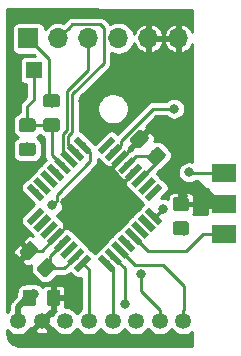
<source format=gbl>
G04 #@! TF.GenerationSoftware,KiCad,Pcbnew,(5.1.4)-1*
G04 #@! TF.CreationDate,2020-01-26T17:58:18+01:00*
G04 #@! TF.ProjectId,HM-LC-Sw1-Pl-DN-R1_S26,484d2d4c-432d-4537-9731-2d506c2d444e,rev?*
G04 #@! TF.SameCoordinates,Original*
G04 #@! TF.FileFunction,Copper,L2,Bot*
G04 #@! TF.FilePolarity,Positive*
%FSLAX46Y46*%
G04 Gerber Fmt 4.6, Leading zero omitted, Abs format (unit mm)*
G04 Created by KiCad (PCBNEW (5.1.4)-1) date 2020-01-26 17:58:18*
%MOMM*%
%LPD*%
G04 APERTURE LIST*
%ADD10R,1.350000X1.350000*%
%ADD11C,0.150000*%
%ADD12C,1.150000*%
%ADD13O,1.700000X1.700000*%
%ADD14R,1.700000X1.700000*%
%ADD15C,1.350000*%
%ADD16R,2.000000X1.500000*%
%ADD17C,0.550000*%
%ADD18C,0.800000*%
%ADD19C,0.250000*%
%ADD20C,0.500000*%
%ADD21C,0.254000*%
G04 APERTURE END LIST*
D10*
X147300000Y-98400000D03*
D11*
G36*
X147224505Y-102476204D02*
G01*
X147248773Y-102479804D01*
X147272572Y-102485765D01*
X147295671Y-102494030D01*
X147317850Y-102504520D01*
X147338893Y-102517132D01*
X147358599Y-102531747D01*
X147376777Y-102548223D01*
X147393253Y-102566401D01*
X147407868Y-102586107D01*
X147420480Y-102607150D01*
X147430970Y-102629329D01*
X147439235Y-102652428D01*
X147445196Y-102676227D01*
X147448796Y-102700495D01*
X147450000Y-102724999D01*
X147450000Y-103375001D01*
X147448796Y-103399505D01*
X147445196Y-103423773D01*
X147439235Y-103447572D01*
X147430970Y-103470671D01*
X147420480Y-103492850D01*
X147407868Y-103513893D01*
X147393253Y-103533599D01*
X147376777Y-103551777D01*
X147358599Y-103568253D01*
X147338893Y-103582868D01*
X147317850Y-103595480D01*
X147295671Y-103605970D01*
X147272572Y-103614235D01*
X147248773Y-103620196D01*
X147224505Y-103623796D01*
X147200001Y-103625000D01*
X146299999Y-103625000D01*
X146275495Y-103623796D01*
X146251227Y-103620196D01*
X146227428Y-103614235D01*
X146204329Y-103605970D01*
X146182150Y-103595480D01*
X146161107Y-103582868D01*
X146141401Y-103568253D01*
X146123223Y-103551777D01*
X146106747Y-103533599D01*
X146092132Y-103513893D01*
X146079520Y-103492850D01*
X146069030Y-103470671D01*
X146060765Y-103447572D01*
X146054804Y-103423773D01*
X146051204Y-103399505D01*
X146050000Y-103375001D01*
X146050000Y-102724999D01*
X146051204Y-102700495D01*
X146054804Y-102676227D01*
X146060765Y-102652428D01*
X146069030Y-102629329D01*
X146079520Y-102607150D01*
X146092132Y-102586107D01*
X146106747Y-102566401D01*
X146123223Y-102548223D01*
X146141401Y-102531747D01*
X146161107Y-102517132D01*
X146182150Y-102504520D01*
X146204329Y-102494030D01*
X146227428Y-102485765D01*
X146251227Y-102479804D01*
X146275495Y-102476204D01*
X146299999Y-102475000D01*
X147200001Y-102475000D01*
X147224505Y-102476204D01*
X147224505Y-102476204D01*
G37*
D12*
X146750000Y-103050000D03*
D11*
G36*
X147224505Y-104526204D02*
G01*
X147248773Y-104529804D01*
X147272572Y-104535765D01*
X147295671Y-104544030D01*
X147317850Y-104554520D01*
X147338893Y-104567132D01*
X147358599Y-104581747D01*
X147376777Y-104598223D01*
X147393253Y-104616401D01*
X147407868Y-104636107D01*
X147420480Y-104657150D01*
X147430970Y-104679329D01*
X147439235Y-104702428D01*
X147445196Y-104726227D01*
X147448796Y-104750495D01*
X147450000Y-104774999D01*
X147450000Y-105425001D01*
X147448796Y-105449505D01*
X147445196Y-105473773D01*
X147439235Y-105497572D01*
X147430970Y-105520671D01*
X147420480Y-105542850D01*
X147407868Y-105563893D01*
X147393253Y-105583599D01*
X147376777Y-105601777D01*
X147358599Y-105618253D01*
X147338893Y-105632868D01*
X147317850Y-105645480D01*
X147295671Y-105655970D01*
X147272572Y-105664235D01*
X147248773Y-105670196D01*
X147224505Y-105673796D01*
X147200001Y-105675000D01*
X146299999Y-105675000D01*
X146275495Y-105673796D01*
X146251227Y-105670196D01*
X146227428Y-105664235D01*
X146204329Y-105655970D01*
X146182150Y-105645480D01*
X146161107Y-105632868D01*
X146141401Y-105618253D01*
X146123223Y-105601777D01*
X146106747Y-105583599D01*
X146092132Y-105563893D01*
X146079520Y-105542850D01*
X146069030Y-105520671D01*
X146060765Y-105497572D01*
X146054804Y-105473773D01*
X146051204Y-105449505D01*
X146050000Y-105425001D01*
X146050000Y-104774999D01*
X146051204Y-104750495D01*
X146054804Y-104726227D01*
X146060765Y-104702428D01*
X146069030Y-104679329D01*
X146079520Y-104657150D01*
X146092132Y-104636107D01*
X146106747Y-104616401D01*
X146123223Y-104598223D01*
X146141401Y-104581747D01*
X146161107Y-104567132D01*
X146182150Y-104554520D01*
X146204329Y-104544030D01*
X146227428Y-104535765D01*
X146251227Y-104529804D01*
X146275495Y-104526204D01*
X146299999Y-104525000D01*
X147200001Y-104525000D01*
X147224505Y-104526204D01*
X147224505Y-104526204D01*
G37*
D12*
X146750000Y-105100000D03*
D11*
G36*
X160224505Y-109151204D02*
G01*
X160248773Y-109154804D01*
X160272572Y-109160765D01*
X160295671Y-109169030D01*
X160317850Y-109179520D01*
X160338893Y-109192132D01*
X160358599Y-109206747D01*
X160376777Y-109223223D01*
X160393253Y-109241401D01*
X160407868Y-109261107D01*
X160420480Y-109282150D01*
X160430970Y-109304329D01*
X160439235Y-109327428D01*
X160445196Y-109351227D01*
X160448796Y-109375495D01*
X160450000Y-109399999D01*
X160450000Y-110050001D01*
X160448796Y-110074505D01*
X160445196Y-110098773D01*
X160439235Y-110122572D01*
X160430970Y-110145671D01*
X160420480Y-110167850D01*
X160407868Y-110188893D01*
X160393253Y-110208599D01*
X160376777Y-110226777D01*
X160358599Y-110243253D01*
X160338893Y-110257868D01*
X160317850Y-110270480D01*
X160295671Y-110280970D01*
X160272572Y-110289235D01*
X160248773Y-110295196D01*
X160224505Y-110298796D01*
X160200001Y-110300000D01*
X159299999Y-110300000D01*
X159275495Y-110298796D01*
X159251227Y-110295196D01*
X159227428Y-110289235D01*
X159204329Y-110280970D01*
X159182150Y-110270480D01*
X159161107Y-110257868D01*
X159141401Y-110243253D01*
X159123223Y-110226777D01*
X159106747Y-110208599D01*
X159092132Y-110188893D01*
X159079520Y-110167850D01*
X159069030Y-110145671D01*
X159060765Y-110122572D01*
X159054804Y-110098773D01*
X159051204Y-110074505D01*
X159050000Y-110050001D01*
X159050000Y-109399999D01*
X159051204Y-109375495D01*
X159054804Y-109351227D01*
X159060765Y-109327428D01*
X159069030Y-109304329D01*
X159079520Y-109282150D01*
X159092132Y-109261107D01*
X159106747Y-109241401D01*
X159123223Y-109223223D01*
X159141401Y-109206747D01*
X159161107Y-109192132D01*
X159182150Y-109179520D01*
X159204329Y-109169030D01*
X159227428Y-109160765D01*
X159251227Y-109154804D01*
X159275495Y-109151204D01*
X159299999Y-109150000D01*
X160200001Y-109150000D01*
X160224505Y-109151204D01*
X160224505Y-109151204D01*
G37*
D12*
X159750000Y-109725000D03*
D11*
G36*
X160224505Y-111201204D02*
G01*
X160248773Y-111204804D01*
X160272572Y-111210765D01*
X160295671Y-111219030D01*
X160317850Y-111229520D01*
X160338893Y-111242132D01*
X160358599Y-111256747D01*
X160376777Y-111273223D01*
X160393253Y-111291401D01*
X160407868Y-111311107D01*
X160420480Y-111332150D01*
X160430970Y-111354329D01*
X160439235Y-111377428D01*
X160445196Y-111401227D01*
X160448796Y-111425495D01*
X160450000Y-111449999D01*
X160450000Y-112100001D01*
X160448796Y-112124505D01*
X160445196Y-112148773D01*
X160439235Y-112172572D01*
X160430970Y-112195671D01*
X160420480Y-112217850D01*
X160407868Y-112238893D01*
X160393253Y-112258599D01*
X160376777Y-112276777D01*
X160358599Y-112293253D01*
X160338893Y-112307868D01*
X160317850Y-112320480D01*
X160295671Y-112330970D01*
X160272572Y-112339235D01*
X160248773Y-112345196D01*
X160224505Y-112348796D01*
X160200001Y-112350000D01*
X159299999Y-112350000D01*
X159275495Y-112348796D01*
X159251227Y-112345196D01*
X159227428Y-112339235D01*
X159204329Y-112330970D01*
X159182150Y-112320480D01*
X159161107Y-112307868D01*
X159141401Y-112293253D01*
X159123223Y-112276777D01*
X159106747Y-112258599D01*
X159092132Y-112238893D01*
X159079520Y-112217850D01*
X159069030Y-112195671D01*
X159060765Y-112172572D01*
X159054804Y-112148773D01*
X159051204Y-112124505D01*
X159050000Y-112100001D01*
X159050000Y-111449999D01*
X159051204Y-111425495D01*
X159054804Y-111401227D01*
X159060765Y-111377428D01*
X159069030Y-111354329D01*
X159079520Y-111332150D01*
X159092132Y-111311107D01*
X159106747Y-111291401D01*
X159123223Y-111273223D01*
X159141401Y-111256747D01*
X159161107Y-111242132D01*
X159182150Y-111229520D01*
X159204329Y-111219030D01*
X159227428Y-111210765D01*
X159251227Y-111204804D01*
X159275495Y-111201204D01*
X159299999Y-111200000D01*
X160200001Y-111200000D01*
X160224505Y-111201204D01*
X160224505Y-111201204D01*
G37*
D12*
X159750000Y-111775000D03*
D11*
G36*
X156338108Y-103428412D02*
G01*
X156362376Y-103432012D01*
X156386175Y-103437973D01*
X156409274Y-103446238D01*
X156431453Y-103456728D01*
X156452496Y-103469340D01*
X156472202Y-103483955D01*
X156490380Y-103500431D01*
X156950001Y-103960052D01*
X156966477Y-103978230D01*
X156981092Y-103997936D01*
X156993704Y-104018979D01*
X157004194Y-104041158D01*
X157012459Y-104064257D01*
X157018420Y-104088056D01*
X157022020Y-104112324D01*
X157023224Y-104136828D01*
X157022020Y-104161332D01*
X157018420Y-104185600D01*
X157012459Y-104209399D01*
X157004194Y-104232498D01*
X156993704Y-104254677D01*
X156981092Y-104275720D01*
X156966477Y-104295426D01*
X156950001Y-104313604D01*
X156313604Y-104950001D01*
X156295426Y-104966477D01*
X156275720Y-104981092D01*
X156254677Y-104993704D01*
X156232498Y-105004194D01*
X156209399Y-105012459D01*
X156185600Y-105018420D01*
X156161332Y-105022020D01*
X156136828Y-105023224D01*
X156112324Y-105022020D01*
X156088056Y-105018420D01*
X156064257Y-105012459D01*
X156041158Y-105004194D01*
X156018979Y-104993704D01*
X155997936Y-104981092D01*
X155978230Y-104966477D01*
X155960052Y-104950001D01*
X155500431Y-104490380D01*
X155483955Y-104472202D01*
X155469340Y-104452496D01*
X155456728Y-104431453D01*
X155446238Y-104409274D01*
X155437973Y-104386175D01*
X155432012Y-104362376D01*
X155428412Y-104338108D01*
X155427208Y-104313604D01*
X155428412Y-104289100D01*
X155432012Y-104264832D01*
X155437973Y-104241033D01*
X155446238Y-104217934D01*
X155456728Y-104195755D01*
X155469340Y-104174712D01*
X155483955Y-104155006D01*
X155500431Y-104136828D01*
X156136828Y-103500431D01*
X156155006Y-103483955D01*
X156174712Y-103469340D01*
X156195755Y-103456728D01*
X156217934Y-103446238D01*
X156241033Y-103437973D01*
X156264832Y-103432012D01*
X156289100Y-103428412D01*
X156313604Y-103427208D01*
X156338108Y-103428412D01*
X156338108Y-103428412D01*
G37*
D12*
X156225216Y-104225216D03*
D11*
G36*
X157787676Y-104877980D02*
G01*
X157811944Y-104881580D01*
X157835743Y-104887541D01*
X157858842Y-104895806D01*
X157881021Y-104906296D01*
X157902064Y-104918908D01*
X157921770Y-104933523D01*
X157939948Y-104949999D01*
X158399569Y-105409620D01*
X158416045Y-105427798D01*
X158430660Y-105447504D01*
X158443272Y-105468547D01*
X158453762Y-105490726D01*
X158462027Y-105513825D01*
X158467988Y-105537624D01*
X158471588Y-105561892D01*
X158472792Y-105586396D01*
X158471588Y-105610900D01*
X158467988Y-105635168D01*
X158462027Y-105658967D01*
X158453762Y-105682066D01*
X158443272Y-105704245D01*
X158430660Y-105725288D01*
X158416045Y-105744994D01*
X158399569Y-105763172D01*
X157763172Y-106399569D01*
X157744994Y-106416045D01*
X157725288Y-106430660D01*
X157704245Y-106443272D01*
X157682066Y-106453762D01*
X157658967Y-106462027D01*
X157635168Y-106467988D01*
X157610900Y-106471588D01*
X157586396Y-106472792D01*
X157561892Y-106471588D01*
X157537624Y-106467988D01*
X157513825Y-106462027D01*
X157490726Y-106453762D01*
X157468547Y-106443272D01*
X157447504Y-106430660D01*
X157427798Y-106416045D01*
X157409620Y-106399569D01*
X156949999Y-105939948D01*
X156933523Y-105921770D01*
X156918908Y-105902064D01*
X156906296Y-105881021D01*
X156895806Y-105858842D01*
X156887541Y-105835743D01*
X156881580Y-105811944D01*
X156877980Y-105787676D01*
X156876776Y-105763172D01*
X156877980Y-105738668D01*
X156881580Y-105714400D01*
X156887541Y-105690601D01*
X156895806Y-105667502D01*
X156906296Y-105645323D01*
X156918908Y-105624280D01*
X156933523Y-105604574D01*
X156949999Y-105586396D01*
X157586396Y-104949999D01*
X157604574Y-104933523D01*
X157624280Y-104918908D01*
X157645323Y-104906296D01*
X157667502Y-104895806D01*
X157690601Y-104887541D01*
X157714400Y-104881580D01*
X157738668Y-104877980D01*
X157763172Y-104876776D01*
X157787676Y-104877980D01*
X157787676Y-104877980D01*
G37*
D12*
X157674784Y-105674784D03*
D11*
G36*
X147012908Y-112880012D02*
G01*
X147037176Y-112883612D01*
X147060975Y-112889573D01*
X147084074Y-112897838D01*
X147106253Y-112908328D01*
X147127296Y-112920940D01*
X147147002Y-112935555D01*
X147165180Y-112952031D01*
X147624801Y-113411652D01*
X147641277Y-113429830D01*
X147655892Y-113449536D01*
X147668504Y-113470579D01*
X147678994Y-113492758D01*
X147687259Y-113515857D01*
X147693220Y-113539656D01*
X147696820Y-113563924D01*
X147698024Y-113588428D01*
X147696820Y-113612932D01*
X147693220Y-113637200D01*
X147687259Y-113660999D01*
X147678994Y-113684098D01*
X147668504Y-113706277D01*
X147655892Y-113727320D01*
X147641277Y-113747026D01*
X147624801Y-113765204D01*
X146988404Y-114401601D01*
X146970226Y-114418077D01*
X146950520Y-114432692D01*
X146929477Y-114445304D01*
X146907298Y-114455794D01*
X146884199Y-114464059D01*
X146860400Y-114470020D01*
X146836132Y-114473620D01*
X146811628Y-114474824D01*
X146787124Y-114473620D01*
X146762856Y-114470020D01*
X146739057Y-114464059D01*
X146715958Y-114455794D01*
X146693779Y-114445304D01*
X146672736Y-114432692D01*
X146653030Y-114418077D01*
X146634852Y-114401601D01*
X146175231Y-113941980D01*
X146158755Y-113923802D01*
X146144140Y-113904096D01*
X146131528Y-113883053D01*
X146121038Y-113860874D01*
X146112773Y-113837775D01*
X146106812Y-113813976D01*
X146103212Y-113789708D01*
X146102008Y-113765204D01*
X146103212Y-113740700D01*
X146106812Y-113716432D01*
X146112773Y-113692633D01*
X146121038Y-113669534D01*
X146131528Y-113647355D01*
X146144140Y-113626312D01*
X146158755Y-113606606D01*
X146175231Y-113588428D01*
X146811628Y-112952031D01*
X146829806Y-112935555D01*
X146849512Y-112920940D01*
X146870555Y-112908328D01*
X146892734Y-112897838D01*
X146915833Y-112889573D01*
X146939632Y-112883612D01*
X146963900Y-112880012D01*
X146988404Y-112878808D01*
X147012908Y-112880012D01*
X147012908Y-112880012D01*
G37*
D12*
X146900016Y-113676816D03*
D11*
G36*
X148462476Y-114329580D02*
G01*
X148486744Y-114333180D01*
X148510543Y-114339141D01*
X148533642Y-114347406D01*
X148555821Y-114357896D01*
X148576864Y-114370508D01*
X148596570Y-114385123D01*
X148614748Y-114401599D01*
X149074369Y-114861220D01*
X149090845Y-114879398D01*
X149105460Y-114899104D01*
X149118072Y-114920147D01*
X149128562Y-114942326D01*
X149136827Y-114965425D01*
X149142788Y-114989224D01*
X149146388Y-115013492D01*
X149147592Y-115037996D01*
X149146388Y-115062500D01*
X149142788Y-115086768D01*
X149136827Y-115110567D01*
X149128562Y-115133666D01*
X149118072Y-115155845D01*
X149105460Y-115176888D01*
X149090845Y-115196594D01*
X149074369Y-115214772D01*
X148437972Y-115851169D01*
X148419794Y-115867645D01*
X148400088Y-115882260D01*
X148379045Y-115894872D01*
X148356866Y-115905362D01*
X148333767Y-115913627D01*
X148309968Y-115919588D01*
X148285700Y-115923188D01*
X148261196Y-115924392D01*
X148236692Y-115923188D01*
X148212424Y-115919588D01*
X148188625Y-115913627D01*
X148165526Y-115905362D01*
X148143347Y-115894872D01*
X148122304Y-115882260D01*
X148102598Y-115867645D01*
X148084420Y-115851169D01*
X147624799Y-115391548D01*
X147608323Y-115373370D01*
X147593708Y-115353664D01*
X147581096Y-115332621D01*
X147570606Y-115310442D01*
X147562341Y-115287343D01*
X147556380Y-115263544D01*
X147552780Y-115239276D01*
X147551576Y-115214772D01*
X147552780Y-115190268D01*
X147556380Y-115166000D01*
X147562341Y-115142201D01*
X147570606Y-115119102D01*
X147581096Y-115096923D01*
X147593708Y-115075880D01*
X147608323Y-115056174D01*
X147624799Y-115037996D01*
X148261196Y-114401599D01*
X148279374Y-114385123D01*
X148299080Y-114370508D01*
X148320123Y-114357896D01*
X148342302Y-114347406D01*
X148365401Y-114339141D01*
X148389200Y-114333180D01*
X148413468Y-114329580D01*
X148437972Y-114328376D01*
X148462476Y-114329580D01*
X148462476Y-114329580D01*
G37*
D12*
X148349584Y-115126384D03*
D11*
G36*
X149274505Y-102451204D02*
G01*
X149298773Y-102454804D01*
X149322572Y-102460765D01*
X149345671Y-102469030D01*
X149367850Y-102479520D01*
X149388893Y-102492132D01*
X149408599Y-102506747D01*
X149426777Y-102523223D01*
X149443253Y-102541401D01*
X149457868Y-102561107D01*
X149470480Y-102582150D01*
X149480970Y-102604329D01*
X149489235Y-102627428D01*
X149495196Y-102651227D01*
X149498796Y-102675495D01*
X149500000Y-102699999D01*
X149500000Y-103350001D01*
X149498796Y-103374505D01*
X149495196Y-103398773D01*
X149489235Y-103422572D01*
X149480970Y-103445671D01*
X149470480Y-103467850D01*
X149457868Y-103488893D01*
X149443253Y-103508599D01*
X149426777Y-103526777D01*
X149408599Y-103543253D01*
X149388893Y-103557868D01*
X149367850Y-103570480D01*
X149345671Y-103580970D01*
X149322572Y-103589235D01*
X149298773Y-103595196D01*
X149274505Y-103598796D01*
X149250001Y-103600000D01*
X148349999Y-103600000D01*
X148325495Y-103598796D01*
X148301227Y-103595196D01*
X148277428Y-103589235D01*
X148254329Y-103580970D01*
X148232150Y-103570480D01*
X148211107Y-103557868D01*
X148191401Y-103543253D01*
X148173223Y-103526777D01*
X148156747Y-103508599D01*
X148142132Y-103488893D01*
X148129520Y-103467850D01*
X148119030Y-103445671D01*
X148110765Y-103422572D01*
X148104804Y-103398773D01*
X148101204Y-103374505D01*
X148100000Y-103350001D01*
X148100000Y-102699999D01*
X148101204Y-102675495D01*
X148104804Y-102651227D01*
X148110765Y-102627428D01*
X148119030Y-102604329D01*
X148129520Y-102582150D01*
X148142132Y-102561107D01*
X148156747Y-102541401D01*
X148173223Y-102523223D01*
X148191401Y-102506747D01*
X148211107Y-102492132D01*
X148232150Y-102479520D01*
X148254329Y-102469030D01*
X148277428Y-102460765D01*
X148301227Y-102454804D01*
X148325495Y-102451204D01*
X148349999Y-102450000D01*
X149250001Y-102450000D01*
X149274505Y-102451204D01*
X149274505Y-102451204D01*
G37*
D12*
X148800000Y-103025000D03*
D11*
G36*
X149274505Y-100401204D02*
G01*
X149298773Y-100404804D01*
X149322572Y-100410765D01*
X149345671Y-100419030D01*
X149367850Y-100429520D01*
X149388893Y-100442132D01*
X149408599Y-100456747D01*
X149426777Y-100473223D01*
X149443253Y-100491401D01*
X149457868Y-100511107D01*
X149470480Y-100532150D01*
X149480970Y-100554329D01*
X149489235Y-100577428D01*
X149495196Y-100601227D01*
X149498796Y-100625495D01*
X149500000Y-100649999D01*
X149500000Y-101300001D01*
X149498796Y-101324505D01*
X149495196Y-101348773D01*
X149489235Y-101372572D01*
X149480970Y-101395671D01*
X149470480Y-101417850D01*
X149457868Y-101438893D01*
X149443253Y-101458599D01*
X149426777Y-101476777D01*
X149408599Y-101493253D01*
X149388893Y-101507868D01*
X149367850Y-101520480D01*
X149345671Y-101530970D01*
X149322572Y-101539235D01*
X149298773Y-101545196D01*
X149274505Y-101548796D01*
X149250001Y-101550000D01*
X148349999Y-101550000D01*
X148325495Y-101548796D01*
X148301227Y-101545196D01*
X148277428Y-101539235D01*
X148254329Y-101530970D01*
X148232150Y-101520480D01*
X148211107Y-101507868D01*
X148191401Y-101493253D01*
X148173223Y-101476777D01*
X148156747Y-101458599D01*
X148142132Y-101438893D01*
X148129520Y-101417850D01*
X148119030Y-101395671D01*
X148110765Y-101372572D01*
X148104804Y-101348773D01*
X148101204Y-101324505D01*
X148100000Y-101300001D01*
X148100000Y-100649999D01*
X148101204Y-100625495D01*
X148104804Y-100601227D01*
X148110765Y-100577428D01*
X148119030Y-100554329D01*
X148129520Y-100532150D01*
X148142132Y-100511107D01*
X148156747Y-100491401D01*
X148173223Y-100473223D01*
X148191401Y-100456747D01*
X148211107Y-100442132D01*
X148232150Y-100429520D01*
X148254329Y-100419030D01*
X148277428Y-100410765D01*
X148301227Y-100404804D01*
X148325495Y-100401204D01*
X148349999Y-100400000D01*
X149250001Y-100400000D01*
X149274505Y-100401204D01*
X149274505Y-100401204D01*
G37*
D12*
X148800000Y-100975000D03*
D11*
G36*
X149324505Y-116976204D02*
G01*
X149348773Y-116979804D01*
X149372572Y-116985765D01*
X149395671Y-116994030D01*
X149417850Y-117004520D01*
X149438893Y-117017132D01*
X149458599Y-117031747D01*
X149476777Y-117048223D01*
X149493253Y-117066401D01*
X149507868Y-117086107D01*
X149520480Y-117107150D01*
X149530970Y-117129329D01*
X149539235Y-117152428D01*
X149545196Y-117176227D01*
X149548796Y-117200495D01*
X149550000Y-117224999D01*
X149550000Y-118125001D01*
X149548796Y-118149505D01*
X149545196Y-118173773D01*
X149539235Y-118197572D01*
X149530970Y-118220671D01*
X149520480Y-118242850D01*
X149507868Y-118263893D01*
X149493253Y-118283599D01*
X149476777Y-118301777D01*
X149458599Y-118318253D01*
X149438893Y-118332868D01*
X149417850Y-118345480D01*
X149395671Y-118355970D01*
X149372572Y-118364235D01*
X149348773Y-118370196D01*
X149324505Y-118373796D01*
X149300001Y-118375000D01*
X148649999Y-118375000D01*
X148625495Y-118373796D01*
X148601227Y-118370196D01*
X148577428Y-118364235D01*
X148554329Y-118355970D01*
X148532150Y-118345480D01*
X148511107Y-118332868D01*
X148491401Y-118318253D01*
X148473223Y-118301777D01*
X148456747Y-118283599D01*
X148442132Y-118263893D01*
X148429520Y-118242850D01*
X148419030Y-118220671D01*
X148410765Y-118197572D01*
X148404804Y-118173773D01*
X148401204Y-118149505D01*
X148400000Y-118125001D01*
X148400000Y-117224999D01*
X148401204Y-117200495D01*
X148404804Y-117176227D01*
X148410765Y-117152428D01*
X148419030Y-117129329D01*
X148429520Y-117107150D01*
X148442132Y-117086107D01*
X148456747Y-117066401D01*
X148473223Y-117048223D01*
X148491401Y-117031747D01*
X148511107Y-117017132D01*
X148532150Y-117004520D01*
X148554329Y-116994030D01*
X148577428Y-116985765D01*
X148601227Y-116979804D01*
X148625495Y-116976204D01*
X148649999Y-116975000D01*
X149300001Y-116975000D01*
X149324505Y-116976204D01*
X149324505Y-116976204D01*
G37*
D12*
X148975000Y-117675000D03*
D11*
G36*
X147274505Y-116976204D02*
G01*
X147298773Y-116979804D01*
X147322572Y-116985765D01*
X147345671Y-116994030D01*
X147367850Y-117004520D01*
X147388893Y-117017132D01*
X147408599Y-117031747D01*
X147426777Y-117048223D01*
X147443253Y-117066401D01*
X147457868Y-117086107D01*
X147470480Y-117107150D01*
X147480970Y-117129329D01*
X147489235Y-117152428D01*
X147495196Y-117176227D01*
X147498796Y-117200495D01*
X147500000Y-117224999D01*
X147500000Y-118125001D01*
X147498796Y-118149505D01*
X147495196Y-118173773D01*
X147489235Y-118197572D01*
X147480970Y-118220671D01*
X147470480Y-118242850D01*
X147457868Y-118263893D01*
X147443253Y-118283599D01*
X147426777Y-118301777D01*
X147408599Y-118318253D01*
X147388893Y-118332868D01*
X147367850Y-118345480D01*
X147345671Y-118355970D01*
X147322572Y-118364235D01*
X147298773Y-118370196D01*
X147274505Y-118373796D01*
X147250001Y-118375000D01*
X146599999Y-118375000D01*
X146575495Y-118373796D01*
X146551227Y-118370196D01*
X146527428Y-118364235D01*
X146504329Y-118355970D01*
X146482150Y-118345480D01*
X146461107Y-118332868D01*
X146441401Y-118318253D01*
X146423223Y-118301777D01*
X146406747Y-118283599D01*
X146392132Y-118263893D01*
X146379520Y-118242850D01*
X146369030Y-118220671D01*
X146360765Y-118197572D01*
X146354804Y-118173773D01*
X146351204Y-118149505D01*
X146350000Y-118125001D01*
X146350000Y-117224999D01*
X146351204Y-117200495D01*
X146354804Y-117176227D01*
X146360765Y-117152428D01*
X146369030Y-117129329D01*
X146379520Y-117107150D01*
X146392132Y-117086107D01*
X146406747Y-117066401D01*
X146423223Y-117048223D01*
X146441401Y-117031747D01*
X146461107Y-117017132D01*
X146482150Y-117004520D01*
X146504329Y-116994030D01*
X146527428Y-116985765D01*
X146551227Y-116979804D01*
X146575495Y-116976204D01*
X146599999Y-116975000D01*
X147250001Y-116975000D01*
X147274505Y-116976204D01*
X147274505Y-116976204D01*
G37*
D12*
X146925000Y-117675000D03*
D13*
X159550000Y-95700000D03*
X157010000Y-95700000D03*
X154470000Y-95700000D03*
X151930000Y-95700000D03*
X149390000Y-95700000D03*
D14*
X146850000Y-95700000D03*
D15*
X159965040Y-119643520D03*
X145965040Y-119643520D03*
X147965040Y-119643520D03*
X149965040Y-119643520D03*
X151965040Y-119643520D03*
X153965040Y-119643520D03*
X155965040Y-119643520D03*
X157965040Y-119643520D03*
D16*
X163372800Y-112268000D03*
X163372800Y-109702600D03*
X163372800Y-107111800D03*
D17*
X151425495Y-104768297D03*
D11*
G36*
X152185635Y-105139528D02*
G01*
X151796726Y-105528437D01*
X150665355Y-104397066D01*
X151054264Y-104008157D01*
X152185635Y-105139528D01*
X152185635Y-105139528D01*
G37*
D17*
X150859810Y-105333983D03*
D11*
G36*
X151619950Y-105705214D02*
G01*
X151231041Y-106094123D01*
X150099670Y-104962752D01*
X150488579Y-104573843D01*
X151619950Y-105705214D01*
X151619950Y-105705214D01*
G37*
D17*
X150294124Y-105899668D03*
D11*
G36*
X151054264Y-106270899D02*
G01*
X150665355Y-106659808D01*
X149533984Y-105528437D01*
X149922893Y-105139528D01*
X151054264Y-106270899D01*
X151054264Y-106270899D01*
G37*
D17*
X149728439Y-106465353D03*
D11*
G36*
X150488579Y-106836584D02*
G01*
X150099670Y-107225493D01*
X148968299Y-106094122D01*
X149357208Y-105705213D01*
X150488579Y-106836584D01*
X150488579Y-106836584D01*
G37*
D17*
X149162753Y-107031039D03*
D11*
G36*
X149922893Y-107402270D02*
G01*
X149533984Y-107791179D01*
X148402613Y-106659808D01*
X148791522Y-106270899D01*
X149922893Y-107402270D01*
X149922893Y-107402270D01*
G37*
D17*
X148597068Y-107596724D03*
D11*
G36*
X149357208Y-107967955D02*
G01*
X148968299Y-108356864D01*
X147836928Y-107225493D01*
X148225837Y-106836584D01*
X149357208Y-107967955D01*
X149357208Y-107967955D01*
G37*
D17*
X148031383Y-108162410D03*
D11*
G36*
X148791523Y-108533641D02*
G01*
X148402614Y-108922550D01*
X147271243Y-107791179D01*
X147660152Y-107402270D01*
X148791523Y-108533641D01*
X148791523Y-108533641D01*
G37*
D17*
X147465697Y-108728095D03*
D11*
G36*
X148225837Y-109099326D02*
G01*
X147836928Y-109488235D01*
X146705557Y-108356864D01*
X147094466Y-107967955D01*
X148225837Y-109099326D01*
X148225837Y-109099326D01*
G37*
D17*
X147465697Y-110778705D03*
D11*
G36*
X147836928Y-110018565D02*
G01*
X148225837Y-110407474D01*
X147094466Y-111538845D01*
X146705557Y-111149936D01*
X147836928Y-110018565D01*
X147836928Y-110018565D01*
G37*
D17*
X148031383Y-111344390D03*
D11*
G36*
X148402614Y-110584250D02*
G01*
X148791523Y-110973159D01*
X147660152Y-112104530D01*
X147271243Y-111715621D01*
X148402614Y-110584250D01*
X148402614Y-110584250D01*
G37*
D17*
X148597068Y-111910076D03*
D11*
G36*
X148968299Y-111149936D02*
G01*
X149357208Y-111538845D01*
X148225837Y-112670216D01*
X147836928Y-112281307D01*
X148968299Y-111149936D01*
X148968299Y-111149936D01*
G37*
D17*
X149162753Y-112475761D03*
D11*
G36*
X149533984Y-111715621D02*
G01*
X149922893Y-112104530D01*
X148791522Y-113235901D01*
X148402613Y-112846992D01*
X149533984Y-111715621D01*
X149533984Y-111715621D01*
G37*
D17*
X149728439Y-113041447D03*
D11*
G36*
X150099670Y-112281307D02*
G01*
X150488579Y-112670216D01*
X149357208Y-113801587D01*
X148968299Y-113412678D01*
X150099670Y-112281307D01*
X150099670Y-112281307D01*
G37*
D17*
X150294124Y-113607132D03*
D11*
G36*
X150665355Y-112846992D02*
G01*
X151054264Y-113235901D01*
X149922893Y-114367272D01*
X149533984Y-113978363D01*
X150665355Y-112846992D01*
X150665355Y-112846992D01*
G37*
D17*
X150859810Y-114172817D03*
D11*
G36*
X151231041Y-113412677D02*
G01*
X151619950Y-113801586D01*
X150488579Y-114932957D01*
X150099670Y-114544048D01*
X151231041Y-113412677D01*
X151231041Y-113412677D01*
G37*
D17*
X151425495Y-114738503D03*
D11*
G36*
X151796726Y-113978363D02*
G01*
X152185635Y-114367272D01*
X151054264Y-115498643D01*
X150665355Y-115109734D01*
X151796726Y-113978363D01*
X151796726Y-113978363D01*
G37*
D17*
X153476105Y-114738503D03*
D11*
G36*
X154236245Y-115109734D02*
G01*
X153847336Y-115498643D01*
X152715965Y-114367272D01*
X153104874Y-113978363D01*
X154236245Y-115109734D01*
X154236245Y-115109734D01*
G37*
D17*
X154041790Y-114172817D03*
D11*
G36*
X154801930Y-114544048D02*
G01*
X154413021Y-114932957D01*
X153281650Y-113801586D01*
X153670559Y-113412677D01*
X154801930Y-114544048D01*
X154801930Y-114544048D01*
G37*
D17*
X154607476Y-113607132D03*
D11*
G36*
X155367616Y-113978363D02*
G01*
X154978707Y-114367272D01*
X153847336Y-113235901D01*
X154236245Y-112846992D01*
X155367616Y-113978363D01*
X155367616Y-113978363D01*
G37*
D17*
X155173161Y-113041447D03*
D11*
G36*
X155933301Y-113412678D02*
G01*
X155544392Y-113801587D01*
X154413021Y-112670216D01*
X154801930Y-112281307D01*
X155933301Y-113412678D01*
X155933301Y-113412678D01*
G37*
D17*
X155738847Y-112475761D03*
D11*
G36*
X156498987Y-112846992D02*
G01*
X156110078Y-113235901D01*
X154978707Y-112104530D01*
X155367616Y-111715621D01*
X156498987Y-112846992D01*
X156498987Y-112846992D01*
G37*
D17*
X156304532Y-111910076D03*
D11*
G36*
X157064672Y-112281307D02*
G01*
X156675763Y-112670216D01*
X155544392Y-111538845D01*
X155933301Y-111149936D01*
X157064672Y-112281307D01*
X157064672Y-112281307D01*
G37*
D17*
X156870217Y-111344390D03*
D11*
G36*
X157630357Y-111715621D02*
G01*
X157241448Y-112104530D01*
X156110077Y-110973159D01*
X156498986Y-110584250D01*
X157630357Y-111715621D01*
X157630357Y-111715621D01*
G37*
D17*
X157435903Y-110778705D03*
D11*
G36*
X158196043Y-111149936D02*
G01*
X157807134Y-111538845D01*
X156675763Y-110407474D01*
X157064672Y-110018565D01*
X158196043Y-111149936D01*
X158196043Y-111149936D01*
G37*
D17*
X157435903Y-108728095D03*
D11*
G36*
X157807134Y-107967955D02*
G01*
X158196043Y-108356864D01*
X157064672Y-109488235D01*
X156675763Y-109099326D01*
X157807134Y-107967955D01*
X157807134Y-107967955D01*
G37*
D17*
X156870217Y-108162410D03*
D11*
G36*
X157241448Y-107402270D02*
G01*
X157630357Y-107791179D01*
X156498986Y-108922550D01*
X156110077Y-108533641D01*
X157241448Y-107402270D01*
X157241448Y-107402270D01*
G37*
D17*
X156304532Y-107596724D03*
D11*
G36*
X156675763Y-106836584D02*
G01*
X157064672Y-107225493D01*
X155933301Y-108356864D01*
X155544392Y-107967955D01*
X156675763Y-106836584D01*
X156675763Y-106836584D01*
G37*
D17*
X155738847Y-107031039D03*
D11*
G36*
X156110078Y-106270899D02*
G01*
X156498987Y-106659808D01*
X155367616Y-107791179D01*
X154978707Y-107402270D01*
X156110078Y-106270899D01*
X156110078Y-106270899D01*
G37*
D17*
X155173161Y-106465353D03*
D11*
G36*
X155544392Y-105705213D02*
G01*
X155933301Y-106094122D01*
X154801930Y-107225493D01*
X154413021Y-106836584D01*
X155544392Y-105705213D01*
X155544392Y-105705213D01*
G37*
D17*
X154607476Y-105899668D03*
D11*
G36*
X154978707Y-105139528D02*
G01*
X155367616Y-105528437D01*
X154236245Y-106659808D01*
X153847336Y-106270899D01*
X154978707Y-105139528D01*
X154978707Y-105139528D01*
G37*
D17*
X154041790Y-105333983D03*
D11*
G36*
X154413021Y-104573843D02*
G01*
X154801930Y-104962752D01*
X153670559Y-106094123D01*
X153281650Y-105705214D01*
X154413021Y-104573843D01*
X154413021Y-104573843D01*
G37*
D17*
X153476105Y-104768297D03*
D11*
G36*
X153847336Y-104008157D02*
G01*
X154236245Y-104397066D01*
X153104874Y-105528437D01*
X152715965Y-105139528D01*
X153847336Y-104008157D01*
X153847336Y-104008157D01*
G37*
D18*
X156500000Y-100900000D03*
X151500000Y-101000000D03*
X152670000Y-107000000D03*
X152700000Y-109600000D03*
X152700000Y-112200000D03*
X154025000Y-108225000D03*
X155475000Y-109550000D03*
X154050000Y-110825000D03*
X151300000Y-110950000D03*
X149975000Y-109575000D03*
X151275000Y-108275000D03*
X159900000Y-109025000D03*
X150400000Y-116175000D03*
X146875000Y-105225000D03*
X160000000Y-112050000D03*
X147350000Y-117350000D03*
X148380000Y-115150000D03*
X157350000Y-105850000D03*
X155005000Y-118220000D03*
X148850000Y-109850000D03*
X156350000Y-115650000D03*
X158250000Y-110150000D03*
X159175000Y-101650000D03*
X160426400Y-107050840D03*
D19*
X147915600Y-119571000D02*
X147994600Y-119650000D01*
X147006082Y-113782882D02*
X147412668Y-113376296D01*
X155102452Y-107667434D02*
X155738847Y-107031039D01*
X154784236Y-107667434D02*
X155102452Y-107667434D01*
X153971081Y-106536063D02*
X153971081Y-106854279D01*
X154607476Y-105899668D02*
X153971081Y-106536063D01*
X153971081Y-106854279D02*
X154305000Y-107188198D01*
X154305000Y-107188198D02*
X154784236Y-107667434D01*
X161523680Y-109702600D02*
X161452560Y-109702600D01*
X163372800Y-109702600D02*
X161523680Y-109702600D01*
X161452560Y-109702600D02*
X161234120Y-109921040D01*
X161234120Y-109921040D02*
X161254440Y-109941360D01*
X162133280Y-109829600D02*
X162021520Y-109941360D01*
X162229800Y-109829600D02*
X162133280Y-109829600D01*
X161787840Y-109941360D02*
X162021520Y-109941360D01*
X161254440Y-109941360D02*
X161787840Y-109941360D01*
X161523680Y-109702600D02*
X161686240Y-109540040D01*
X161848800Y-109702600D02*
X162112960Y-109702600D01*
X161686240Y-109540040D02*
X161848800Y-109702600D01*
X162112960Y-109702600D02*
X162331400Y-109484160D01*
X162072320Y-109540040D02*
X161686240Y-109540040D01*
X160386999Y-109702600D02*
X161269680Y-109702600D01*
X161269680Y-109702600D02*
X161269680Y-109651800D01*
X161269680Y-109651800D02*
X161589720Y-109331760D01*
X160350200Y-109665801D02*
X160386999Y-109702600D01*
X162280600Y-109331760D02*
X162072320Y-109540040D01*
X163001960Y-109331760D02*
X163372800Y-109702600D01*
X162280600Y-109331760D02*
X163001960Y-109331760D01*
X162062160Y-109331760D02*
X162062160Y-109306360D01*
X162062160Y-109331760D02*
X162280600Y-109331760D01*
X161589720Y-109331760D02*
X162062160Y-109331760D01*
X162062160Y-109306360D02*
X161792920Y-109037120D01*
X162179000Y-109941360D02*
X162052000Y-109941360D01*
X162179000Y-109941360D02*
X162366960Y-109941360D01*
X161787840Y-109941360D02*
X162179000Y-109941360D01*
X163372800Y-109702600D02*
X162971480Y-109702600D01*
X162971480Y-109702600D02*
X162163760Y-108894880D01*
X162163760Y-108894880D02*
X162163760Y-108884720D01*
X162163760Y-108884720D02*
X161970720Y-108691680D01*
X161970720Y-108691680D02*
X161985960Y-108706920D01*
X161985960Y-108706920D02*
X161985960Y-108966000D01*
X161985960Y-108966000D02*
X162199320Y-109179360D01*
X163372800Y-109702600D02*
X163149280Y-109702600D01*
X163149280Y-109702600D02*
X161945320Y-108498640D01*
X161945320Y-108498640D02*
X161925000Y-108498640D01*
X156589622Y-103917522D02*
X156632682Y-103917522D01*
X147961698Y-113676816D02*
X149162753Y-112475761D01*
X146900016Y-113676816D02*
X147961698Y-113676816D01*
X145994600Y-119613960D02*
X145965040Y-119643520D01*
X148243518Y-115020318D02*
X148263838Y-115020318D01*
X155173161Y-106465353D02*
X155809556Y-105828958D01*
X156304532Y-107596724D02*
X156940927Y-106960329D01*
X149092044Y-113677842D02*
X149728439Y-113041447D01*
X148650104Y-114119782D02*
X149092044Y-113677842D01*
X148650104Y-114613732D02*
X148650104Y-114119782D01*
X148243518Y-115020318D02*
X148650104Y-114613732D01*
X148243518Y-115020318D02*
X148649918Y-115020318D01*
X160021239Y-112003840D02*
X160274000Y-111751079D01*
X149882627Y-115150000D02*
X150859810Y-114172817D01*
X148380000Y-115150000D02*
X149882627Y-115150000D01*
X155963730Y-105674784D02*
X157674784Y-105674784D01*
X155173161Y-106465353D02*
X155963730Y-105674784D01*
X157674784Y-106226472D02*
X157674784Y-105674784D01*
X156304532Y-107596724D02*
X157674784Y-106226472D01*
D20*
X145965040Y-118484960D02*
X147250000Y-117200000D01*
X145965040Y-119643520D02*
X145965040Y-118484960D01*
D19*
X148575000Y-97425000D02*
X148575000Y-100750000D01*
X146850000Y-95700000D02*
X148575000Y-97425000D01*
X149092044Y-105828958D02*
X149728439Y-106465353D01*
X148800000Y-105536914D02*
X148800000Y-103025000D01*
X149728439Y-106465353D02*
X148800000Y-105536914D01*
X146750000Y-98770000D02*
X147170000Y-98350000D01*
X148775000Y-103050000D02*
X148800000Y-103025000D01*
X146750000Y-103050000D02*
X148775000Y-103050000D01*
X146750000Y-103050000D02*
X146750000Y-101450000D01*
X147300000Y-100900000D02*
X147300000Y-98400000D01*
X146750000Y-101450000D02*
X147300000Y-100900000D01*
X148939478Y-96195922D02*
X149301200Y-95834200D01*
X150565001Y-94524999D02*
X150239999Y-94850001D01*
X153220000Y-94830000D02*
X152914999Y-94524999D01*
X150859810Y-105333983D02*
X150223415Y-104697588D01*
X150223415Y-103976585D02*
X150562500Y-103637500D01*
X152914999Y-94524999D02*
X150565001Y-94524999D01*
X150562500Y-103637500D02*
X150562500Y-100437500D01*
X150239999Y-94850001D02*
X149390000Y-95700000D01*
X150562500Y-100437500D02*
X153220000Y-97780000D01*
X150223415Y-104697588D02*
X150223415Y-103976585D01*
X153220000Y-97780000D02*
X153220000Y-94830000D01*
X151930000Y-98370000D02*
X151930000Y-95700000D01*
X150112490Y-100187510D02*
X151930000Y-98370000D01*
X150112490Y-103451100D02*
X150112490Y-100187510D01*
X149773406Y-103790184D02*
X150112490Y-103451100D01*
X149773405Y-105378949D02*
X149773406Y-103790184D01*
X150294124Y-105899668D02*
X149773405Y-105378949D01*
X153994600Y-115256998D02*
X153476105Y-114738503D01*
X153965040Y-118464680D02*
X153965040Y-119643520D01*
X153994600Y-118435120D02*
X153965040Y-118464680D01*
X153994600Y-118435120D02*
X153994600Y-115256998D01*
X153994600Y-119650000D02*
X153994600Y-118435120D01*
X153965040Y-115227438D02*
X153476105Y-114738503D01*
X153965040Y-119643520D02*
X153965040Y-115227438D01*
X154996986Y-117646301D02*
X154996986Y-115128014D01*
X155005000Y-117654315D02*
X154996986Y-117646301D01*
X155005000Y-118220000D02*
X155005000Y-117654315D01*
X154996986Y-115128014D02*
X154041790Y-114172817D01*
X155243871Y-114243527D02*
X154607476Y-113607132D01*
X159965040Y-118688926D02*
X159975000Y-118678966D01*
X159965040Y-119643520D02*
X159965040Y-118688926D01*
X159975000Y-118678966D02*
X159975000Y-116675000D01*
X159975000Y-116675000D02*
X158200000Y-114900000D01*
X155900344Y-114900000D02*
X154607476Y-113607132D01*
X158200000Y-114900000D02*
X155900344Y-114900000D01*
X151425495Y-104768297D02*
X152061890Y-105404692D01*
X152061890Y-105404692D02*
X152061890Y-106118110D01*
X157965040Y-118688926D02*
X156350000Y-117073886D01*
X157965040Y-119643520D02*
X157965040Y-118688926D01*
X156350000Y-115975000D02*
X156350000Y-115600000D01*
X156350000Y-115650000D02*
X156350000Y-116800000D01*
X156350000Y-117073886D02*
X156350000Y-116800000D01*
X156350000Y-116800000D02*
X156350000Y-115975000D01*
X149249999Y-108930001D02*
X152061890Y-106118110D01*
X149249999Y-109450001D02*
X149249999Y-108930001D01*
X148850000Y-109850000D02*
X149249999Y-109450001D01*
X157435903Y-110778705D02*
X157435903Y-110764097D01*
X157621295Y-110778705D02*
X158250000Y-110150000D01*
X157435903Y-110778705D02*
X157621295Y-110778705D01*
X161664101Y-112268000D02*
X160185821Y-113746280D01*
X163372800Y-112268000D02*
X161664101Y-112268000D01*
X157009366Y-113746280D02*
X155738847Y-112475761D01*
X160185821Y-113746280D02*
X157009366Y-113746280D01*
X163372800Y-107111800D02*
X161325560Y-107111800D01*
X160487360Y-107111800D02*
X160426400Y-107050840D01*
X163372800Y-107111800D02*
X160487360Y-107111800D01*
X158609315Y-101650000D02*
X159175000Y-101650000D01*
X157415264Y-101650000D02*
X158609315Y-101650000D01*
X154678185Y-104387079D02*
X157415264Y-101650000D01*
X154678185Y-104697588D02*
X154678185Y-104387079D01*
X154041790Y-105333983D02*
X154678185Y-104697588D01*
X151965040Y-118332600D02*
X151965040Y-119643520D01*
X151965040Y-118332600D02*
X151965040Y-115278048D01*
X151965040Y-115278048D02*
X151425495Y-114738503D01*
X151965040Y-119643520D02*
X151965040Y-115278048D01*
D21*
G36*
X160713401Y-93260837D02*
G01*
X160713401Y-95181363D01*
X160699933Y-95144664D01*
X160569497Y-94930994D01*
X160399882Y-94746876D01*
X160197606Y-94599386D01*
X159970443Y-94494192D01*
X159870324Y-94463827D01*
X159673000Y-94536232D01*
X159673000Y-95577000D01*
X159693000Y-95577000D01*
X159693000Y-95823000D01*
X159673000Y-95823000D01*
X159673000Y-96863768D01*
X159870324Y-96936173D01*
X159970443Y-96905808D01*
X160197606Y-96800614D01*
X160399882Y-96653124D01*
X160569497Y-96469006D01*
X160699933Y-96255336D01*
X160713401Y-96218637D01*
X160713400Y-106166342D01*
X160696796Y-106159464D01*
X160517701Y-106123840D01*
X160335099Y-106123840D01*
X160156004Y-106159464D01*
X159987301Y-106229344D01*
X159835472Y-106330792D01*
X159706352Y-106459912D01*
X159604904Y-106611741D01*
X159535024Y-106780444D01*
X159499400Y-106959539D01*
X159499400Y-107142141D01*
X159535024Y-107321236D01*
X159604904Y-107489939D01*
X159706352Y-107641768D01*
X159835472Y-107770888D01*
X159987301Y-107872336D01*
X160156004Y-107942216D01*
X160335099Y-107977840D01*
X160517701Y-107977840D01*
X160696796Y-107942216D01*
X160865499Y-107872336D01*
X161017328Y-107770888D01*
X161024416Y-107763800D01*
X161153492Y-107763800D01*
X162088426Y-108633595D01*
X162069405Y-108649205D01*
X162016045Y-108714224D01*
X161976395Y-108788404D01*
X161951978Y-108868893D01*
X161943734Y-108952600D01*
X161945800Y-109472850D01*
X162052550Y-109579600D01*
X163249800Y-109579600D01*
X163249800Y-109559600D01*
X163495800Y-109559600D01*
X163495800Y-109579600D01*
X163515800Y-109579600D01*
X163515800Y-109825600D01*
X163495800Y-109825600D01*
X163495800Y-109845600D01*
X163249800Y-109845600D01*
X163249800Y-109825600D01*
X162052550Y-109825600D01*
X161945800Y-109932350D01*
X161943734Y-110452600D01*
X161951978Y-110536307D01*
X161960417Y-110564124D01*
X160779183Y-110571973D01*
X160806755Y-110538376D01*
X160846405Y-110464196D01*
X160870822Y-110383707D01*
X160879066Y-110300000D01*
X160877000Y-109954750D01*
X160770250Y-109848000D01*
X159873000Y-109848000D01*
X159873000Y-109868000D01*
X159627000Y-109868000D01*
X159627000Y-109848000D01*
X159607000Y-109848000D01*
X159607000Y-109602000D01*
X159627000Y-109602000D01*
X159627000Y-108829750D01*
X159873000Y-108829750D01*
X159873000Y-109602000D01*
X160770250Y-109602000D01*
X160877000Y-109495250D01*
X160879066Y-109150000D01*
X160870822Y-109066293D01*
X160846405Y-108985804D01*
X160806755Y-108911624D01*
X160753395Y-108846605D01*
X160688376Y-108793245D01*
X160614196Y-108753595D01*
X160533707Y-108729178D01*
X160450000Y-108720934D01*
X159979750Y-108723000D01*
X159873000Y-108829750D01*
X159627000Y-108829750D01*
X159520250Y-108723000D01*
X159050000Y-108720934D01*
X158966293Y-108729178D01*
X158885804Y-108753595D01*
X158811624Y-108793245D01*
X158746605Y-108846605D01*
X158693245Y-108911624D01*
X158653595Y-108985804D01*
X158629178Y-109066293D01*
X158620934Y-109150000D01*
X158621835Y-109300642D01*
X158520396Y-109258624D01*
X158341301Y-109223000D01*
X158158699Y-109223000D01*
X158058965Y-109242838D01*
X158570491Y-108731312D01*
X158636347Y-108651066D01*
X158685282Y-108559514D01*
X158715417Y-108460174D01*
X158725592Y-108356864D01*
X158715417Y-108253554D01*
X158685282Y-108154214D01*
X158636347Y-108062662D01*
X158570491Y-107982416D01*
X158181582Y-107593507D01*
X158101336Y-107527651D01*
X158081345Y-107516966D01*
X158070661Y-107496977D01*
X158004805Y-107416731D01*
X157705698Y-107117624D01*
X157878408Y-106944914D01*
X157884716Y-106943001D01*
X158019490Y-106870963D01*
X158137620Y-106774017D01*
X158774017Y-106137620D01*
X158870963Y-106019490D01*
X158943001Y-105884716D01*
X158987362Y-105738478D01*
X159002341Y-105586396D01*
X158987362Y-105434314D01*
X158943001Y-105288076D01*
X158870963Y-105153302D01*
X158774017Y-105035172D01*
X158314396Y-104575551D01*
X158196266Y-104478605D01*
X158061492Y-104406567D01*
X157915254Y-104362206D01*
X157763172Y-104347227D01*
X157611090Y-104362206D01*
X157464852Y-104406567D01*
X157452278Y-104413288D01*
X157483533Y-104375204D01*
X157523182Y-104301024D01*
X157547598Y-104220534D01*
X157555842Y-104136828D01*
X157547598Y-104053121D01*
X157523182Y-103972631D01*
X157483533Y-103898451D01*
X157430173Y-103833432D01*
X157184583Y-103590764D01*
X157033616Y-103590764D01*
X156399164Y-104225216D01*
X156413307Y-104239359D01*
X156239359Y-104413307D01*
X156225216Y-104399164D01*
X155590764Y-105033616D01*
X155590764Y-105137414D01*
X155544125Y-105175690D01*
X155441082Y-105185839D01*
X155341742Y-105215974D01*
X155250190Y-105264909D01*
X155205826Y-105301318D01*
X155242234Y-105256954D01*
X155291169Y-105165402D01*
X155321304Y-105066062D01*
X155331479Y-104962752D01*
X155321326Y-104859668D01*
X155416816Y-104859668D01*
X156051268Y-104225216D01*
X156037126Y-104211074D01*
X156211074Y-104037126D01*
X156225216Y-104051268D01*
X156859668Y-103416816D01*
X156859668Y-103265849D01*
X156790988Y-103196342D01*
X157685331Y-102302000D01*
X158516024Y-102302000D01*
X158584072Y-102370048D01*
X158735901Y-102471496D01*
X158904604Y-102541376D01*
X159083699Y-102577000D01*
X159266301Y-102577000D01*
X159445396Y-102541376D01*
X159614099Y-102471496D01*
X159765928Y-102370048D01*
X159895048Y-102240928D01*
X159996496Y-102089099D01*
X160066376Y-101920396D01*
X160102000Y-101741301D01*
X160102000Y-101558699D01*
X160066376Y-101379604D01*
X159996496Y-101210901D01*
X159895048Y-101059072D01*
X159765928Y-100929952D01*
X159614099Y-100828504D01*
X159445396Y-100758624D01*
X159266301Y-100723000D01*
X159083699Y-100723000D01*
X158904604Y-100758624D01*
X158735901Y-100828504D01*
X158584072Y-100929952D01*
X158516024Y-100998000D01*
X157447285Y-100998000D01*
X157415263Y-100994846D01*
X157287449Y-101007435D01*
X157170923Y-101042783D01*
X157164547Y-101044717D01*
X157051280Y-101105259D01*
X156952000Y-101186736D01*
X156931584Y-101211613D01*
X154365636Y-103777561D01*
X154221784Y-103633709D01*
X154141538Y-103567853D01*
X154049986Y-103518918D01*
X153950646Y-103488783D01*
X153847336Y-103478608D01*
X153744026Y-103488783D01*
X153644686Y-103518918D01*
X153553134Y-103567853D01*
X153472888Y-103633709D01*
X152450800Y-104655797D01*
X151428712Y-103633709D01*
X151348466Y-103567853D01*
X151256914Y-103518918D01*
X151214500Y-103506052D01*
X151214500Y-101520102D01*
X152673200Y-101520102D01*
X152673200Y-101781498D01*
X152724196Y-102037872D01*
X152824228Y-102279370D01*
X152969452Y-102496713D01*
X153154287Y-102681548D01*
X153371630Y-102826772D01*
X153613128Y-102926804D01*
X153869502Y-102977800D01*
X154130898Y-102977800D01*
X154387272Y-102926804D01*
X154628770Y-102826772D01*
X154846113Y-102681548D01*
X155030948Y-102496713D01*
X155176172Y-102279370D01*
X155276204Y-102037872D01*
X155327200Y-101781498D01*
X155327200Y-101520102D01*
X155276204Y-101263728D01*
X155176172Y-101022230D01*
X155030948Y-100804887D01*
X154846113Y-100620052D01*
X154628770Y-100474828D01*
X154387272Y-100374796D01*
X154130898Y-100323800D01*
X153869502Y-100323800D01*
X153613128Y-100374796D01*
X153371630Y-100474828D01*
X153154287Y-100620052D01*
X152969452Y-100804887D01*
X152824228Y-101022230D01*
X152724196Y-101263728D01*
X152673200Y-101520102D01*
X151214500Y-101520102D01*
X151214500Y-100707566D01*
X153658388Y-98263679D01*
X153683264Y-98243264D01*
X153764741Y-98143984D01*
X153825283Y-98030717D01*
X153862565Y-97907814D01*
X153872000Y-97812022D01*
X153872000Y-97812021D01*
X153875154Y-97780000D01*
X153872000Y-97747978D01*
X153872000Y-96941726D01*
X153940495Y-96978337D01*
X154200061Y-97057075D01*
X154402360Y-97077000D01*
X154537640Y-97077000D01*
X154739939Y-97057075D01*
X154999505Y-96978337D01*
X155238721Y-96850473D01*
X155448397Y-96678397D01*
X155620473Y-96468721D01*
X155748337Y-96229505D01*
X155794609Y-96076967D01*
X155860067Y-96255336D01*
X155990503Y-96469006D01*
X156160118Y-96653124D01*
X156362394Y-96800614D01*
X156589557Y-96905808D01*
X156689676Y-96936173D01*
X156887000Y-96863768D01*
X156887000Y-95823000D01*
X157133000Y-95823000D01*
X157133000Y-96863768D01*
X157330324Y-96936173D01*
X157430443Y-96905808D01*
X157657606Y-96800614D01*
X157859882Y-96653124D01*
X158029497Y-96469006D01*
X158159933Y-96255336D01*
X158246178Y-96020325D01*
X158313822Y-96020325D01*
X158400067Y-96255336D01*
X158530503Y-96469006D01*
X158700118Y-96653124D01*
X158902394Y-96800614D01*
X159129557Y-96905808D01*
X159229676Y-96936173D01*
X159427000Y-96863768D01*
X159427000Y-95823000D01*
X158385682Y-95823000D01*
X158313822Y-96020325D01*
X158246178Y-96020325D01*
X158174318Y-95823000D01*
X157133000Y-95823000D01*
X156887000Y-95823000D01*
X156867000Y-95823000D01*
X156867000Y-95577000D01*
X156887000Y-95577000D01*
X156887000Y-94536232D01*
X157133000Y-94536232D01*
X157133000Y-95577000D01*
X158174318Y-95577000D01*
X158246178Y-95379675D01*
X158313822Y-95379675D01*
X158385682Y-95577000D01*
X159427000Y-95577000D01*
X159427000Y-94536232D01*
X159229676Y-94463827D01*
X159129557Y-94494192D01*
X158902394Y-94599386D01*
X158700118Y-94746876D01*
X158530503Y-94930994D01*
X158400067Y-95144664D01*
X158313822Y-95379675D01*
X158246178Y-95379675D01*
X158159933Y-95144664D01*
X158029497Y-94930994D01*
X157859882Y-94746876D01*
X157657606Y-94599386D01*
X157430443Y-94494192D01*
X157330324Y-94463827D01*
X157133000Y-94536232D01*
X156887000Y-94536232D01*
X156689676Y-94463827D01*
X156589557Y-94494192D01*
X156362394Y-94599386D01*
X156160118Y-94746876D01*
X155990503Y-94930994D01*
X155860067Y-95144664D01*
X155794609Y-95323033D01*
X155748337Y-95170495D01*
X155620473Y-94931279D01*
X155448397Y-94721603D01*
X155238721Y-94549527D01*
X154999505Y-94421663D01*
X154739939Y-94342925D01*
X154537640Y-94323000D01*
X154402360Y-94323000D01*
X154200061Y-94342925D01*
X153940495Y-94421663D01*
X153785357Y-94504586D01*
X153764741Y-94466016D01*
X153683264Y-94366736D01*
X153658381Y-94346315D01*
X153398684Y-94086618D01*
X153378263Y-94061735D01*
X153278983Y-93980258D01*
X153165716Y-93919716D01*
X153042813Y-93882434D01*
X152947021Y-93872999D01*
X152914999Y-93869845D01*
X152882977Y-93872999D01*
X150597022Y-93872999D01*
X150565000Y-93869845D01*
X150437186Y-93882434D01*
X150314284Y-93919716D01*
X150201017Y-93980258D01*
X150101737Y-94061735D01*
X150081316Y-94086618D01*
X149801614Y-94366320D01*
X149801608Y-94366325D01*
X149786589Y-94381344D01*
X149659939Y-94342925D01*
X149457640Y-94323000D01*
X149322360Y-94323000D01*
X149120061Y-94342925D01*
X148860495Y-94421663D01*
X148621279Y-94549527D01*
X148411603Y-94721603D01*
X148239527Y-94931279D01*
X148229549Y-94949946D01*
X148229549Y-94850000D01*
X148219374Y-94746690D01*
X148189239Y-94647350D01*
X148140304Y-94555798D01*
X148074448Y-94475552D01*
X147994202Y-94409696D01*
X147902650Y-94360761D01*
X147803310Y-94330626D01*
X147700000Y-94320451D01*
X146000000Y-94320451D01*
X145896690Y-94330626D01*
X145797350Y-94360761D01*
X145705798Y-94409696D01*
X145625552Y-94475552D01*
X145559696Y-94555798D01*
X145510761Y-94647350D01*
X145480626Y-94746690D01*
X145470451Y-94850000D01*
X145470451Y-96550000D01*
X145480626Y-96653310D01*
X145510761Y-96752650D01*
X145559696Y-96844202D01*
X145625552Y-96924448D01*
X145705798Y-96990304D01*
X145797350Y-97039239D01*
X145896690Y-97069374D01*
X146000000Y-97079549D01*
X147307482Y-97079549D01*
X147423384Y-97195451D01*
X146625000Y-97195451D01*
X146521690Y-97205626D01*
X146422350Y-97235761D01*
X146330798Y-97284696D01*
X146250552Y-97350552D01*
X146184696Y-97430798D01*
X146135761Y-97522350D01*
X146105626Y-97621690D01*
X146095451Y-97725000D01*
X146095451Y-98763858D01*
X146094846Y-98770000D01*
X146095451Y-98776142D01*
X146095451Y-99075000D01*
X146105626Y-99178310D01*
X146135761Y-99277650D01*
X146184696Y-99369202D01*
X146250552Y-99449448D01*
X146330798Y-99515304D01*
X146422350Y-99564239D01*
X146521690Y-99594374D01*
X146625000Y-99604549D01*
X146648001Y-99604549D01*
X146648000Y-100629933D01*
X146311614Y-100966320D01*
X146286737Y-100986736D01*
X146205260Y-101086016D01*
X146194974Y-101105260D01*
X146144717Y-101199284D01*
X146107435Y-101322186D01*
X146094846Y-101450000D01*
X146098001Y-101482032D01*
X146098001Y-101975572D01*
X146001679Y-102004791D01*
X145866905Y-102076829D01*
X145748775Y-102173775D01*
X145651829Y-102291905D01*
X145579791Y-102426679D01*
X145535430Y-102572917D01*
X145520451Y-102724999D01*
X145520451Y-103375001D01*
X145535430Y-103527083D01*
X145579791Y-103673321D01*
X145651829Y-103808095D01*
X145748775Y-103926225D01*
X145866905Y-104023171D01*
X145963871Y-104075000D01*
X145866905Y-104126829D01*
X145748775Y-104223775D01*
X145651829Y-104341905D01*
X145579791Y-104476679D01*
X145535430Y-104622917D01*
X145520451Y-104774999D01*
X145520451Y-105425001D01*
X145535430Y-105577083D01*
X145579791Y-105723321D01*
X145651829Y-105858095D01*
X145748775Y-105976225D01*
X145866905Y-106073171D01*
X146001679Y-106145209D01*
X146147917Y-106189570D01*
X146299999Y-106204549D01*
X147200001Y-106204549D01*
X147352083Y-106189570D01*
X147498321Y-106145209D01*
X147633095Y-106073171D01*
X147751225Y-105976225D01*
X147848171Y-105858095D01*
X147920209Y-105723321D01*
X147964570Y-105577083D01*
X147979549Y-105425001D01*
X147979549Y-104774999D01*
X147964570Y-104622917D01*
X147920209Y-104476679D01*
X147848171Y-104341905D01*
X147751225Y-104223775D01*
X147633095Y-104126829D01*
X147536129Y-104075000D01*
X147633095Y-104023171D01*
X147751225Y-103926225D01*
X147785258Y-103884755D01*
X147798775Y-103901225D01*
X147916905Y-103998171D01*
X148051679Y-104070209D01*
X148148001Y-104099428D01*
X148148000Y-105504892D01*
X148144846Y-105536914D01*
X148157435Y-105664728D01*
X148174103Y-105719674D01*
X148194717Y-105787630D01*
X148255259Y-105900897D01*
X148326193Y-105987332D01*
X148028165Y-106285360D01*
X147962309Y-106365606D01*
X147951625Y-106385596D01*
X147931635Y-106396280D01*
X147851389Y-106462136D01*
X147462480Y-106851045D01*
X147396624Y-106931291D01*
X147385939Y-106951282D01*
X147365950Y-106961966D01*
X147285704Y-107027822D01*
X146896795Y-107416731D01*
X146830939Y-107496977D01*
X146820255Y-107516966D01*
X146800264Y-107527651D01*
X146720018Y-107593507D01*
X146331109Y-107982416D01*
X146265253Y-108062662D01*
X146216318Y-108154214D01*
X146186183Y-108253554D01*
X146176008Y-108356864D01*
X146186183Y-108460174D01*
X146216318Y-108559514D01*
X146265253Y-108651066D01*
X146331109Y-108731312D01*
X147353197Y-109753400D01*
X146331109Y-110775488D01*
X146265253Y-110855734D01*
X146216318Y-110947286D01*
X146186183Y-111046626D01*
X146176008Y-111149936D01*
X146186183Y-111253246D01*
X146216318Y-111352586D01*
X146265253Y-111444138D01*
X146331109Y-111524384D01*
X146720018Y-111913293D01*
X146800264Y-111979149D01*
X146820255Y-111989834D01*
X146830939Y-112009823D01*
X146896795Y-112090069D01*
X147223438Y-112416712D01*
X147152601Y-112378850D01*
X147072111Y-112354434D01*
X146988404Y-112346190D01*
X146904698Y-112354434D01*
X146824208Y-112378850D01*
X146750028Y-112418499D01*
X146685009Y-112471859D01*
X146353953Y-112805837D01*
X146353953Y-112956805D01*
X146900016Y-113502868D01*
X146914159Y-113488726D01*
X147088107Y-113662674D01*
X147073964Y-113676816D01*
X147088107Y-113690959D01*
X146914159Y-113864907D01*
X146900016Y-113850764D01*
X146265564Y-114485216D01*
X146265564Y-114636183D01*
X146508232Y-114881773D01*
X146573251Y-114935133D01*
X146647431Y-114974782D01*
X146727921Y-114999198D01*
X146811628Y-115007442D01*
X146895334Y-114999198D01*
X146975824Y-114974782D01*
X147050004Y-114935133D01*
X147088088Y-114903878D01*
X147081367Y-114916452D01*
X147037006Y-115062690D01*
X147022027Y-115214772D01*
X147037006Y-115366854D01*
X147081367Y-115513092D01*
X147153405Y-115647866D01*
X147250351Y-115765996D01*
X147709972Y-116225617D01*
X147828102Y-116322563D01*
X147962876Y-116394601D01*
X148109114Y-116438962D01*
X148261196Y-116453941D01*
X148413278Y-116438962D01*
X148559516Y-116394601D01*
X148694290Y-116322563D01*
X148812420Y-116225617D01*
X149236037Y-115802000D01*
X149850605Y-115802000D01*
X149882627Y-115805154D01*
X149914649Y-115802000D01*
X150010441Y-115792565D01*
X150133344Y-115755283D01*
X150246611Y-115694741D01*
X150345891Y-115613264D01*
X150366312Y-115588382D01*
X150380709Y-115573984D01*
X150679816Y-115873091D01*
X150760062Y-115938947D01*
X150851614Y-115987882D01*
X150950954Y-116018017D01*
X151054264Y-116028192D01*
X151157574Y-116018017D01*
X151256914Y-115987882D01*
X151313041Y-115957882D01*
X151313041Y-117455154D01*
X151313040Y-118633539D01*
X151198810Y-118709866D01*
X151031386Y-118877290D01*
X150965040Y-118976583D01*
X150898694Y-118877290D01*
X150731270Y-118709866D01*
X150534401Y-118578321D01*
X150315650Y-118487712D01*
X150083427Y-118441520D01*
X149972515Y-118441520D01*
X149979066Y-118375000D01*
X149977000Y-117904750D01*
X149870250Y-117798000D01*
X149098000Y-117798000D01*
X149098000Y-118695250D01*
X149155713Y-118752963D01*
X149031386Y-118877290D01*
X148899841Y-119074159D01*
X148895866Y-119083755D01*
X148754166Y-119028342D01*
X148138988Y-119643520D01*
X148754166Y-120258698D01*
X148895866Y-120203285D01*
X148899841Y-120212881D01*
X149031386Y-120409750D01*
X149198810Y-120577174D01*
X149395679Y-120708719D01*
X149614430Y-120799328D01*
X149846653Y-120845520D01*
X150083427Y-120845520D01*
X150315650Y-120799328D01*
X150534401Y-120708719D01*
X150731270Y-120577174D01*
X150898694Y-120409750D01*
X150965040Y-120310457D01*
X151031386Y-120409750D01*
X151198810Y-120577174D01*
X151395679Y-120708719D01*
X151614430Y-120799328D01*
X151846653Y-120845520D01*
X152083427Y-120845520D01*
X152315650Y-120799328D01*
X152534401Y-120708719D01*
X152731270Y-120577174D01*
X152898694Y-120409750D01*
X152965040Y-120310457D01*
X153031386Y-120409750D01*
X153198810Y-120577174D01*
X153395679Y-120708719D01*
X153614430Y-120799328D01*
X153846653Y-120845520D01*
X154083427Y-120845520D01*
X154315650Y-120799328D01*
X154534401Y-120708719D01*
X154731270Y-120577174D01*
X154898694Y-120409750D01*
X154965040Y-120310457D01*
X155031386Y-120409750D01*
X155198810Y-120577174D01*
X155395679Y-120708719D01*
X155614430Y-120799328D01*
X155846653Y-120845520D01*
X156083427Y-120845520D01*
X156315650Y-120799328D01*
X156534401Y-120708719D01*
X156731270Y-120577174D01*
X156898694Y-120409750D01*
X156965040Y-120310457D01*
X157031386Y-120409750D01*
X157198810Y-120577174D01*
X157395679Y-120708719D01*
X157614430Y-120799328D01*
X157846653Y-120845520D01*
X158083427Y-120845520D01*
X158315650Y-120799328D01*
X158534401Y-120708719D01*
X158731270Y-120577174D01*
X158898694Y-120409750D01*
X158965040Y-120310457D01*
X159031386Y-120409750D01*
X159198810Y-120577174D01*
X159395679Y-120708719D01*
X159614430Y-120799328D01*
X159846653Y-120845520D01*
X160083427Y-120845520D01*
X160315650Y-120799328D01*
X160534401Y-120708719D01*
X160713400Y-120589114D01*
X160713401Y-121749659D01*
X146216776Y-121746254D01*
X145964747Y-121732212D01*
X145761284Y-121680012D01*
X145571832Y-121589287D01*
X145403609Y-121463489D01*
X145263027Y-121307417D01*
X145155433Y-121127005D01*
X145084933Y-120929134D01*
X145051999Y-120706404D01*
X145051998Y-120430362D01*
X145198810Y-120577174D01*
X145395679Y-120708719D01*
X145614430Y-120799328D01*
X145846653Y-120845520D01*
X146083427Y-120845520D01*
X146315650Y-120799328D01*
X146534401Y-120708719D01*
X146731270Y-120577174D01*
X146875798Y-120432646D01*
X147349862Y-120432646D01*
X147417703Y-120606125D01*
X147616015Y-120694409D01*
X147827740Y-120742309D01*
X148044742Y-120747982D01*
X148258680Y-120711211D01*
X148461334Y-120633409D01*
X148512377Y-120606125D01*
X148580218Y-120432646D01*
X147965040Y-119817468D01*
X147349862Y-120432646D01*
X146875798Y-120432646D01*
X146898694Y-120409750D01*
X147030239Y-120212881D01*
X147034214Y-120203285D01*
X147175914Y-120258698D01*
X147791092Y-119643520D01*
X147776950Y-119629378D01*
X147950898Y-119455430D01*
X147965040Y-119469572D01*
X148580218Y-118854394D01*
X148560162Y-118803108D01*
X148745250Y-118802000D01*
X148852000Y-118695250D01*
X148852000Y-117798000D01*
X148832000Y-117798000D01*
X148832000Y-117552000D01*
X148852000Y-117552000D01*
X148852000Y-116654750D01*
X149098000Y-116654750D01*
X149098000Y-117552000D01*
X149870250Y-117552000D01*
X149977000Y-117445250D01*
X149979066Y-116975000D01*
X149970822Y-116891293D01*
X149946405Y-116810804D01*
X149906755Y-116736624D01*
X149853395Y-116671605D01*
X149788376Y-116618245D01*
X149714196Y-116578595D01*
X149633707Y-116554178D01*
X149550000Y-116545934D01*
X149204750Y-116548000D01*
X149098000Y-116654750D01*
X148852000Y-116654750D01*
X148745250Y-116548000D01*
X148400000Y-116545934D01*
X148316293Y-116554178D01*
X148235804Y-116578595D01*
X148161624Y-116618245D01*
X148096605Y-116671605D01*
X148045208Y-116734232D01*
X147940928Y-116629952D01*
X147789099Y-116528504D01*
X147620396Y-116458624D01*
X147441301Y-116423000D01*
X147288163Y-116423000D01*
X147250000Y-116419241D01*
X147097681Y-116434244D01*
X147060736Y-116445451D01*
X146599999Y-116445451D01*
X146447917Y-116460430D01*
X146301679Y-116504791D01*
X146166905Y-116576829D01*
X146048775Y-116673775D01*
X145951829Y-116791905D01*
X145879791Y-116926679D01*
X145835430Y-117072917D01*
X145820451Y-117224999D01*
X145820451Y-117530706D01*
X145442605Y-117908552D01*
X145412961Y-117932880D01*
X145388633Y-117962524D01*
X145388631Y-117962526D01*
X145315863Y-118051194D01*
X145243713Y-118186177D01*
X145216163Y-118277000D01*
X145201620Y-118324942D01*
X145199284Y-118332642D01*
X145184281Y-118484960D01*
X145188041Y-118523133D01*
X145188041Y-118720635D01*
X145051986Y-118856690D01*
X145051950Y-113765204D01*
X145569390Y-113765204D01*
X145577634Y-113848911D01*
X145602050Y-113929401D01*
X145641699Y-114003581D01*
X145695059Y-114068600D01*
X145940649Y-114311268D01*
X146091616Y-114311268D01*
X146726068Y-113676816D01*
X146180005Y-113130753D01*
X146029037Y-113130753D01*
X145695059Y-113461809D01*
X145641699Y-113526828D01*
X145602050Y-113601008D01*
X145577634Y-113681498D01*
X145569390Y-113765204D01*
X145051950Y-113765204D01*
X145051804Y-93251403D01*
X160713401Y-93260837D01*
X160713401Y-93260837D01*
G37*
X160713401Y-93260837D02*
X160713401Y-95181363D01*
X160699933Y-95144664D01*
X160569497Y-94930994D01*
X160399882Y-94746876D01*
X160197606Y-94599386D01*
X159970443Y-94494192D01*
X159870324Y-94463827D01*
X159673000Y-94536232D01*
X159673000Y-95577000D01*
X159693000Y-95577000D01*
X159693000Y-95823000D01*
X159673000Y-95823000D01*
X159673000Y-96863768D01*
X159870324Y-96936173D01*
X159970443Y-96905808D01*
X160197606Y-96800614D01*
X160399882Y-96653124D01*
X160569497Y-96469006D01*
X160699933Y-96255336D01*
X160713401Y-96218637D01*
X160713400Y-106166342D01*
X160696796Y-106159464D01*
X160517701Y-106123840D01*
X160335099Y-106123840D01*
X160156004Y-106159464D01*
X159987301Y-106229344D01*
X159835472Y-106330792D01*
X159706352Y-106459912D01*
X159604904Y-106611741D01*
X159535024Y-106780444D01*
X159499400Y-106959539D01*
X159499400Y-107142141D01*
X159535024Y-107321236D01*
X159604904Y-107489939D01*
X159706352Y-107641768D01*
X159835472Y-107770888D01*
X159987301Y-107872336D01*
X160156004Y-107942216D01*
X160335099Y-107977840D01*
X160517701Y-107977840D01*
X160696796Y-107942216D01*
X160865499Y-107872336D01*
X161017328Y-107770888D01*
X161024416Y-107763800D01*
X161153492Y-107763800D01*
X162088426Y-108633595D01*
X162069405Y-108649205D01*
X162016045Y-108714224D01*
X161976395Y-108788404D01*
X161951978Y-108868893D01*
X161943734Y-108952600D01*
X161945800Y-109472850D01*
X162052550Y-109579600D01*
X163249800Y-109579600D01*
X163249800Y-109559600D01*
X163495800Y-109559600D01*
X163495800Y-109579600D01*
X163515800Y-109579600D01*
X163515800Y-109825600D01*
X163495800Y-109825600D01*
X163495800Y-109845600D01*
X163249800Y-109845600D01*
X163249800Y-109825600D01*
X162052550Y-109825600D01*
X161945800Y-109932350D01*
X161943734Y-110452600D01*
X161951978Y-110536307D01*
X161960417Y-110564124D01*
X160779183Y-110571973D01*
X160806755Y-110538376D01*
X160846405Y-110464196D01*
X160870822Y-110383707D01*
X160879066Y-110300000D01*
X160877000Y-109954750D01*
X160770250Y-109848000D01*
X159873000Y-109848000D01*
X159873000Y-109868000D01*
X159627000Y-109868000D01*
X159627000Y-109848000D01*
X159607000Y-109848000D01*
X159607000Y-109602000D01*
X159627000Y-109602000D01*
X159627000Y-108829750D01*
X159873000Y-108829750D01*
X159873000Y-109602000D01*
X160770250Y-109602000D01*
X160877000Y-109495250D01*
X160879066Y-109150000D01*
X160870822Y-109066293D01*
X160846405Y-108985804D01*
X160806755Y-108911624D01*
X160753395Y-108846605D01*
X160688376Y-108793245D01*
X160614196Y-108753595D01*
X160533707Y-108729178D01*
X160450000Y-108720934D01*
X159979750Y-108723000D01*
X159873000Y-108829750D01*
X159627000Y-108829750D01*
X159520250Y-108723000D01*
X159050000Y-108720934D01*
X158966293Y-108729178D01*
X158885804Y-108753595D01*
X158811624Y-108793245D01*
X158746605Y-108846605D01*
X158693245Y-108911624D01*
X158653595Y-108985804D01*
X158629178Y-109066293D01*
X158620934Y-109150000D01*
X158621835Y-109300642D01*
X158520396Y-109258624D01*
X158341301Y-109223000D01*
X158158699Y-109223000D01*
X158058965Y-109242838D01*
X158570491Y-108731312D01*
X158636347Y-108651066D01*
X158685282Y-108559514D01*
X158715417Y-108460174D01*
X158725592Y-108356864D01*
X158715417Y-108253554D01*
X158685282Y-108154214D01*
X158636347Y-108062662D01*
X158570491Y-107982416D01*
X158181582Y-107593507D01*
X158101336Y-107527651D01*
X158081345Y-107516966D01*
X158070661Y-107496977D01*
X158004805Y-107416731D01*
X157705698Y-107117624D01*
X157878408Y-106944914D01*
X157884716Y-106943001D01*
X158019490Y-106870963D01*
X158137620Y-106774017D01*
X158774017Y-106137620D01*
X158870963Y-106019490D01*
X158943001Y-105884716D01*
X158987362Y-105738478D01*
X159002341Y-105586396D01*
X158987362Y-105434314D01*
X158943001Y-105288076D01*
X158870963Y-105153302D01*
X158774017Y-105035172D01*
X158314396Y-104575551D01*
X158196266Y-104478605D01*
X158061492Y-104406567D01*
X157915254Y-104362206D01*
X157763172Y-104347227D01*
X157611090Y-104362206D01*
X157464852Y-104406567D01*
X157452278Y-104413288D01*
X157483533Y-104375204D01*
X157523182Y-104301024D01*
X157547598Y-104220534D01*
X157555842Y-104136828D01*
X157547598Y-104053121D01*
X157523182Y-103972631D01*
X157483533Y-103898451D01*
X157430173Y-103833432D01*
X157184583Y-103590764D01*
X157033616Y-103590764D01*
X156399164Y-104225216D01*
X156413307Y-104239359D01*
X156239359Y-104413307D01*
X156225216Y-104399164D01*
X155590764Y-105033616D01*
X155590764Y-105137414D01*
X155544125Y-105175690D01*
X155441082Y-105185839D01*
X155341742Y-105215974D01*
X155250190Y-105264909D01*
X155205826Y-105301318D01*
X155242234Y-105256954D01*
X155291169Y-105165402D01*
X155321304Y-105066062D01*
X155331479Y-104962752D01*
X155321326Y-104859668D01*
X155416816Y-104859668D01*
X156051268Y-104225216D01*
X156037126Y-104211074D01*
X156211074Y-104037126D01*
X156225216Y-104051268D01*
X156859668Y-103416816D01*
X156859668Y-103265849D01*
X156790988Y-103196342D01*
X157685331Y-102302000D01*
X158516024Y-102302000D01*
X158584072Y-102370048D01*
X158735901Y-102471496D01*
X158904604Y-102541376D01*
X159083699Y-102577000D01*
X159266301Y-102577000D01*
X159445396Y-102541376D01*
X159614099Y-102471496D01*
X159765928Y-102370048D01*
X159895048Y-102240928D01*
X159996496Y-102089099D01*
X160066376Y-101920396D01*
X160102000Y-101741301D01*
X160102000Y-101558699D01*
X160066376Y-101379604D01*
X159996496Y-101210901D01*
X159895048Y-101059072D01*
X159765928Y-100929952D01*
X159614099Y-100828504D01*
X159445396Y-100758624D01*
X159266301Y-100723000D01*
X159083699Y-100723000D01*
X158904604Y-100758624D01*
X158735901Y-100828504D01*
X158584072Y-100929952D01*
X158516024Y-100998000D01*
X157447285Y-100998000D01*
X157415263Y-100994846D01*
X157287449Y-101007435D01*
X157170923Y-101042783D01*
X157164547Y-101044717D01*
X157051280Y-101105259D01*
X156952000Y-101186736D01*
X156931584Y-101211613D01*
X154365636Y-103777561D01*
X154221784Y-103633709D01*
X154141538Y-103567853D01*
X154049986Y-103518918D01*
X153950646Y-103488783D01*
X153847336Y-103478608D01*
X153744026Y-103488783D01*
X153644686Y-103518918D01*
X153553134Y-103567853D01*
X153472888Y-103633709D01*
X152450800Y-104655797D01*
X151428712Y-103633709D01*
X151348466Y-103567853D01*
X151256914Y-103518918D01*
X151214500Y-103506052D01*
X151214500Y-101520102D01*
X152673200Y-101520102D01*
X152673200Y-101781498D01*
X152724196Y-102037872D01*
X152824228Y-102279370D01*
X152969452Y-102496713D01*
X153154287Y-102681548D01*
X153371630Y-102826772D01*
X153613128Y-102926804D01*
X153869502Y-102977800D01*
X154130898Y-102977800D01*
X154387272Y-102926804D01*
X154628770Y-102826772D01*
X154846113Y-102681548D01*
X155030948Y-102496713D01*
X155176172Y-102279370D01*
X155276204Y-102037872D01*
X155327200Y-101781498D01*
X155327200Y-101520102D01*
X155276204Y-101263728D01*
X155176172Y-101022230D01*
X155030948Y-100804887D01*
X154846113Y-100620052D01*
X154628770Y-100474828D01*
X154387272Y-100374796D01*
X154130898Y-100323800D01*
X153869502Y-100323800D01*
X153613128Y-100374796D01*
X153371630Y-100474828D01*
X153154287Y-100620052D01*
X152969452Y-100804887D01*
X152824228Y-101022230D01*
X152724196Y-101263728D01*
X152673200Y-101520102D01*
X151214500Y-101520102D01*
X151214500Y-100707566D01*
X153658388Y-98263679D01*
X153683264Y-98243264D01*
X153764741Y-98143984D01*
X153825283Y-98030717D01*
X153862565Y-97907814D01*
X153872000Y-97812022D01*
X153872000Y-97812021D01*
X153875154Y-97780000D01*
X153872000Y-97747978D01*
X153872000Y-96941726D01*
X153940495Y-96978337D01*
X154200061Y-97057075D01*
X154402360Y-97077000D01*
X154537640Y-97077000D01*
X154739939Y-97057075D01*
X154999505Y-96978337D01*
X155238721Y-96850473D01*
X155448397Y-96678397D01*
X155620473Y-96468721D01*
X155748337Y-96229505D01*
X155794609Y-96076967D01*
X155860067Y-96255336D01*
X155990503Y-96469006D01*
X156160118Y-96653124D01*
X156362394Y-96800614D01*
X156589557Y-96905808D01*
X156689676Y-96936173D01*
X156887000Y-96863768D01*
X156887000Y-95823000D01*
X157133000Y-95823000D01*
X157133000Y-96863768D01*
X157330324Y-96936173D01*
X157430443Y-96905808D01*
X157657606Y-96800614D01*
X157859882Y-96653124D01*
X158029497Y-96469006D01*
X158159933Y-96255336D01*
X158246178Y-96020325D01*
X158313822Y-96020325D01*
X158400067Y-96255336D01*
X158530503Y-96469006D01*
X158700118Y-96653124D01*
X158902394Y-96800614D01*
X159129557Y-96905808D01*
X159229676Y-96936173D01*
X159427000Y-96863768D01*
X159427000Y-95823000D01*
X158385682Y-95823000D01*
X158313822Y-96020325D01*
X158246178Y-96020325D01*
X158174318Y-95823000D01*
X157133000Y-95823000D01*
X156887000Y-95823000D01*
X156867000Y-95823000D01*
X156867000Y-95577000D01*
X156887000Y-95577000D01*
X156887000Y-94536232D01*
X157133000Y-94536232D01*
X157133000Y-95577000D01*
X158174318Y-95577000D01*
X158246178Y-95379675D01*
X158313822Y-95379675D01*
X158385682Y-95577000D01*
X159427000Y-95577000D01*
X159427000Y-94536232D01*
X159229676Y-94463827D01*
X159129557Y-94494192D01*
X158902394Y-94599386D01*
X158700118Y-94746876D01*
X158530503Y-94930994D01*
X158400067Y-95144664D01*
X158313822Y-95379675D01*
X158246178Y-95379675D01*
X158159933Y-95144664D01*
X158029497Y-94930994D01*
X157859882Y-94746876D01*
X157657606Y-94599386D01*
X157430443Y-94494192D01*
X157330324Y-94463827D01*
X157133000Y-94536232D01*
X156887000Y-94536232D01*
X156689676Y-94463827D01*
X156589557Y-94494192D01*
X156362394Y-94599386D01*
X156160118Y-94746876D01*
X155990503Y-94930994D01*
X155860067Y-95144664D01*
X155794609Y-95323033D01*
X155748337Y-95170495D01*
X155620473Y-94931279D01*
X155448397Y-94721603D01*
X155238721Y-94549527D01*
X154999505Y-94421663D01*
X154739939Y-94342925D01*
X154537640Y-94323000D01*
X154402360Y-94323000D01*
X154200061Y-94342925D01*
X153940495Y-94421663D01*
X153785357Y-94504586D01*
X153764741Y-94466016D01*
X153683264Y-94366736D01*
X153658381Y-94346315D01*
X153398684Y-94086618D01*
X153378263Y-94061735D01*
X153278983Y-93980258D01*
X153165716Y-93919716D01*
X153042813Y-93882434D01*
X152947021Y-93872999D01*
X152914999Y-93869845D01*
X152882977Y-93872999D01*
X150597022Y-93872999D01*
X150565000Y-93869845D01*
X150437186Y-93882434D01*
X150314284Y-93919716D01*
X150201017Y-93980258D01*
X150101737Y-94061735D01*
X150081316Y-94086618D01*
X149801614Y-94366320D01*
X149801608Y-94366325D01*
X149786589Y-94381344D01*
X149659939Y-94342925D01*
X149457640Y-94323000D01*
X149322360Y-94323000D01*
X149120061Y-94342925D01*
X148860495Y-94421663D01*
X148621279Y-94549527D01*
X148411603Y-94721603D01*
X148239527Y-94931279D01*
X148229549Y-94949946D01*
X148229549Y-94850000D01*
X148219374Y-94746690D01*
X148189239Y-94647350D01*
X148140304Y-94555798D01*
X148074448Y-94475552D01*
X147994202Y-94409696D01*
X147902650Y-94360761D01*
X147803310Y-94330626D01*
X147700000Y-94320451D01*
X146000000Y-94320451D01*
X145896690Y-94330626D01*
X145797350Y-94360761D01*
X145705798Y-94409696D01*
X145625552Y-94475552D01*
X145559696Y-94555798D01*
X145510761Y-94647350D01*
X145480626Y-94746690D01*
X145470451Y-94850000D01*
X145470451Y-96550000D01*
X145480626Y-96653310D01*
X145510761Y-96752650D01*
X145559696Y-96844202D01*
X145625552Y-96924448D01*
X145705798Y-96990304D01*
X145797350Y-97039239D01*
X145896690Y-97069374D01*
X146000000Y-97079549D01*
X147307482Y-97079549D01*
X147423384Y-97195451D01*
X146625000Y-97195451D01*
X146521690Y-97205626D01*
X146422350Y-97235761D01*
X146330798Y-97284696D01*
X146250552Y-97350552D01*
X146184696Y-97430798D01*
X146135761Y-97522350D01*
X146105626Y-97621690D01*
X146095451Y-97725000D01*
X146095451Y-98763858D01*
X146094846Y-98770000D01*
X146095451Y-98776142D01*
X146095451Y-99075000D01*
X146105626Y-99178310D01*
X146135761Y-99277650D01*
X146184696Y-99369202D01*
X146250552Y-99449448D01*
X146330798Y-99515304D01*
X146422350Y-99564239D01*
X146521690Y-99594374D01*
X146625000Y-99604549D01*
X146648001Y-99604549D01*
X146648000Y-100629933D01*
X146311614Y-100966320D01*
X146286737Y-100986736D01*
X146205260Y-101086016D01*
X146194974Y-101105260D01*
X146144717Y-101199284D01*
X146107435Y-101322186D01*
X146094846Y-101450000D01*
X146098001Y-101482032D01*
X146098001Y-101975572D01*
X146001679Y-102004791D01*
X145866905Y-102076829D01*
X145748775Y-102173775D01*
X145651829Y-102291905D01*
X145579791Y-102426679D01*
X145535430Y-102572917D01*
X145520451Y-102724999D01*
X145520451Y-103375001D01*
X145535430Y-103527083D01*
X145579791Y-103673321D01*
X145651829Y-103808095D01*
X145748775Y-103926225D01*
X145866905Y-104023171D01*
X145963871Y-104075000D01*
X145866905Y-104126829D01*
X145748775Y-104223775D01*
X145651829Y-104341905D01*
X145579791Y-104476679D01*
X145535430Y-104622917D01*
X145520451Y-104774999D01*
X145520451Y-105425001D01*
X145535430Y-105577083D01*
X145579791Y-105723321D01*
X145651829Y-105858095D01*
X145748775Y-105976225D01*
X145866905Y-106073171D01*
X146001679Y-106145209D01*
X146147917Y-106189570D01*
X146299999Y-106204549D01*
X147200001Y-106204549D01*
X147352083Y-106189570D01*
X147498321Y-106145209D01*
X147633095Y-106073171D01*
X147751225Y-105976225D01*
X147848171Y-105858095D01*
X147920209Y-105723321D01*
X147964570Y-105577083D01*
X147979549Y-105425001D01*
X147979549Y-104774999D01*
X147964570Y-104622917D01*
X147920209Y-104476679D01*
X147848171Y-104341905D01*
X147751225Y-104223775D01*
X147633095Y-104126829D01*
X147536129Y-104075000D01*
X147633095Y-104023171D01*
X147751225Y-103926225D01*
X147785258Y-103884755D01*
X147798775Y-103901225D01*
X147916905Y-103998171D01*
X148051679Y-104070209D01*
X148148001Y-104099428D01*
X148148000Y-105504892D01*
X148144846Y-105536914D01*
X148157435Y-105664728D01*
X148174103Y-105719674D01*
X148194717Y-105787630D01*
X148255259Y-105900897D01*
X148326193Y-105987332D01*
X148028165Y-106285360D01*
X147962309Y-106365606D01*
X147951625Y-106385596D01*
X147931635Y-106396280D01*
X147851389Y-106462136D01*
X147462480Y-106851045D01*
X147396624Y-106931291D01*
X147385939Y-106951282D01*
X147365950Y-106961966D01*
X147285704Y-107027822D01*
X146896795Y-107416731D01*
X146830939Y-107496977D01*
X146820255Y-107516966D01*
X146800264Y-107527651D01*
X146720018Y-107593507D01*
X146331109Y-107982416D01*
X146265253Y-108062662D01*
X146216318Y-108154214D01*
X146186183Y-108253554D01*
X146176008Y-108356864D01*
X146186183Y-108460174D01*
X146216318Y-108559514D01*
X146265253Y-108651066D01*
X146331109Y-108731312D01*
X147353197Y-109753400D01*
X146331109Y-110775488D01*
X146265253Y-110855734D01*
X146216318Y-110947286D01*
X146186183Y-111046626D01*
X146176008Y-111149936D01*
X146186183Y-111253246D01*
X146216318Y-111352586D01*
X146265253Y-111444138D01*
X146331109Y-111524384D01*
X146720018Y-111913293D01*
X146800264Y-111979149D01*
X146820255Y-111989834D01*
X146830939Y-112009823D01*
X146896795Y-112090069D01*
X147223438Y-112416712D01*
X147152601Y-112378850D01*
X147072111Y-112354434D01*
X146988404Y-112346190D01*
X146904698Y-112354434D01*
X146824208Y-112378850D01*
X146750028Y-112418499D01*
X146685009Y-112471859D01*
X146353953Y-112805837D01*
X146353953Y-112956805D01*
X146900016Y-113502868D01*
X146914159Y-113488726D01*
X147088107Y-113662674D01*
X147073964Y-113676816D01*
X147088107Y-113690959D01*
X146914159Y-113864907D01*
X146900016Y-113850764D01*
X146265564Y-114485216D01*
X146265564Y-114636183D01*
X146508232Y-114881773D01*
X146573251Y-114935133D01*
X146647431Y-114974782D01*
X146727921Y-114999198D01*
X146811628Y-115007442D01*
X146895334Y-114999198D01*
X146975824Y-114974782D01*
X147050004Y-114935133D01*
X147088088Y-114903878D01*
X147081367Y-114916452D01*
X147037006Y-115062690D01*
X147022027Y-115214772D01*
X147037006Y-115366854D01*
X147081367Y-115513092D01*
X147153405Y-115647866D01*
X147250351Y-115765996D01*
X147709972Y-116225617D01*
X147828102Y-116322563D01*
X147962876Y-116394601D01*
X148109114Y-116438962D01*
X148261196Y-116453941D01*
X148413278Y-116438962D01*
X148559516Y-116394601D01*
X148694290Y-116322563D01*
X148812420Y-116225617D01*
X149236037Y-115802000D01*
X149850605Y-115802000D01*
X149882627Y-115805154D01*
X149914649Y-115802000D01*
X150010441Y-115792565D01*
X150133344Y-115755283D01*
X150246611Y-115694741D01*
X150345891Y-115613264D01*
X150366312Y-115588382D01*
X150380709Y-115573984D01*
X150679816Y-115873091D01*
X150760062Y-115938947D01*
X150851614Y-115987882D01*
X150950954Y-116018017D01*
X151054264Y-116028192D01*
X151157574Y-116018017D01*
X151256914Y-115987882D01*
X151313041Y-115957882D01*
X151313041Y-117455154D01*
X151313040Y-118633539D01*
X151198810Y-118709866D01*
X151031386Y-118877290D01*
X150965040Y-118976583D01*
X150898694Y-118877290D01*
X150731270Y-118709866D01*
X150534401Y-118578321D01*
X150315650Y-118487712D01*
X150083427Y-118441520D01*
X149972515Y-118441520D01*
X149979066Y-118375000D01*
X149977000Y-117904750D01*
X149870250Y-117798000D01*
X149098000Y-117798000D01*
X149098000Y-118695250D01*
X149155713Y-118752963D01*
X149031386Y-118877290D01*
X148899841Y-119074159D01*
X148895866Y-119083755D01*
X148754166Y-119028342D01*
X148138988Y-119643520D01*
X148754166Y-120258698D01*
X148895866Y-120203285D01*
X148899841Y-120212881D01*
X149031386Y-120409750D01*
X149198810Y-120577174D01*
X149395679Y-120708719D01*
X149614430Y-120799328D01*
X149846653Y-120845520D01*
X150083427Y-120845520D01*
X150315650Y-120799328D01*
X150534401Y-120708719D01*
X150731270Y-120577174D01*
X150898694Y-120409750D01*
X150965040Y-120310457D01*
X151031386Y-120409750D01*
X151198810Y-120577174D01*
X151395679Y-120708719D01*
X151614430Y-120799328D01*
X151846653Y-120845520D01*
X152083427Y-120845520D01*
X152315650Y-120799328D01*
X152534401Y-120708719D01*
X152731270Y-120577174D01*
X152898694Y-120409750D01*
X152965040Y-120310457D01*
X153031386Y-120409750D01*
X153198810Y-120577174D01*
X153395679Y-120708719D01*
X153614430Y-120799328D01*
X153846653Y-120845520D01*
X154083427Y-120845520D01*
X154315650Y-120799328D01*
X154534401Y-120708719D01*
X154731270Y-120577174D01*
X154898694Y-120409750D01*
X154965040Y-120310457D01*
X155031386Y-120409750D01*
X155198810Y-120577174D01*
X155395679Y-120708719D01*
X155614430Y-120799328D01*
X155846653Y-120845520D01*
X156083427Y-120845520D01*
X156315650Y-120799328D01*
X156534401Y-120708719D01*
X156731270Y-120577174D01*
X156898694Y-120409750D01*
X156965040Y-120310457D01*
X157031386Y-120409750D01*
X157198810Y-120577174D01*
X157395679Y-120708719D01*
X157614430Y-120799328D01*
X157846653Y-120845520D01*
X158083427Y-120845520D01*
X158315650Y-120799328D01*
X158534401Y-120708719D01*
X158731270Y-120577174D01*
X158898694Y-120409750D01*
X158965040Y-120310457D01*
X159031386Y-120409750D01*
X159198810Y-120577174D01*
X159395679Y-120708719D01*
X159614430Y-120799328D01*
X159846653Y-120845520D01*
X160083427Y-120845520D01*
X160315650Y-120799328D01*
X160534401Y-120708719D01*
X160713400Y-120589114D01*
X160713401Y-121749659D01*
X146216776Y-121746254D01*
X145964747Y-121732212D01*
X145761284Y-121680012D01*
X145571832Y-121589287D01*
X145403609Y-121463489D01*
X145263027Y-121307417D01*
X145155433Y-121127005D01*
X145084933Y-120929134D01*
X145051999Y-120706404D01*
X145051998Y-120430362D01*
X145198810Y-120577174D01*
X145395679Y-120708719D01*
X145614430Y-120799328D01*
X145846653Y-120845520D01*
X146083427Y-120845520D01*
X146315650Y-120799328D01*
X146534401Y-120708719D01*
X146731270Y-120577174D01*
X146875798Y-120432646D01*
X147349862Y-120432646D01*
X147417703Y-120606125D01*
X147616015Y-120694409D01*
X147827740Y-120742309D01*
X148044742Y-120747982D01*
X148258680Y-120711211D01*
X148461334Y-120633409D01*
X148512377Y-120606125D01*
X148580218Y-120432646D01*
X147965040Y-119817468D01*
X147349862Y-120432646D01*
X146875798Y-120432646D01*
X146898694Y-120409750D01*
X147030239Y-120212881D01*
X147034214Y-120203285D01*
X147175914Y-120258698D01*
X147791092Y-119643520D01*
X147776950Y-119629378D01*
X147950898Y-119455430D01*
X147965040Y-119469572D01*
X148580218Y-118854394D01*
X148560162Y-118803108D01*
X148745250Y-118802000D01*
X148852000Y-118695250D01*
X148852000Y-117798000D01*
X148832000Y-117798000D01*
X148832000Y-117552000D01*
X148852000Y-117552000D01*
X148852000Y-116654750D01*
X149098000Y-116654750D01*
X149098000Y-117552000D01*
X149870250Y-117552000D01*
X149977000Y-117445250D01*
X149979066Y-116975000D01*
X149970822Y-116891293D01*
X149946405Y-116810804D01*
X149906755Y-116736624D01*
X149853395Y-116671605D01*
X149788376Y-116618245D01*
X149714196Y-116578595D01*
X149633707Y-116554178D01*
X149550000Y-116545934D01*
X149204750Y-116548000D01*
X149098000Y-116654750D01*
X148852000Y-116654750D01*
X148745250Y-116548000D01*
X148400000Y-116545934D01*
X148316293Y-116554178D01*
X148235804Y-116578595D01*
X148161624Y-116618245D01*
X148096605Y-116671605D01*
X148045208Y-116734232D01*
X147940928Y-116629952D01*
X147789099Y-116528504D01*
X147620396Y-116458624D01*
X147441301Y-116423000D01*
X147288163Y-116423000D01*
X147250000Y-116419241D01*
X147097681Y-116434244D01*
X147060736Y-116445451D01*
X146599999Y-116445451D01*
X146447917Y-116460430D01*
X146301679Y-116504791D01*
X146166905Y-116576829D01*
X146048775Y-116673775D01*
X145951829Y-116791905D01*
X145879791Y-116926679D01*
X145835430Y-117072917D01*
X145820451Y-117224999D01*
X145820451Y-117530706D01*
X145442605Y-117908552D01*
X145412961Y-117932880D01*
X145388633Y-117962524D01*
X145388631Y-117962526D01*
X145315863Y-118051194D01*
X145243713Y-118186177D01*
X145216163Y-118277000D01*
X145201620Y-118324942D01*
X145199284Y-118332642D01*
X145184281Y-118484960D01*
X145188041Y-118523133D01*
X145188041Y-118720635D01*
X145051986Y-118856690D01*
X145051950Y-113765204D01*
X145569390Y-113765204D01*
X145577634Y-113848911D01*
X145602050Y-113929401D01*
X145641699Y-114003581D01*
X145695059Y-114068600D01*
X145940649Y-114311268D01*
X146091616Y-114311268D01*
X146726068Y-113676816D01*
X146180005Y-113130753D01*
X146029037Y-113130753D01*
X145695059Y-113461809D01*
X145641699Y-113526828D01*
X145602050Y-113601008D01*
X145577634Y-113681498D01*
X145569390Y-113765204D01*
X145051950Y-113765204D01*
X145051804Y-93251403D01*
X160713401Y-93260837D01*
G36*
X152730426Y-105902885D02*
G01*
X152810672Y-105968741D01*
X152830661Y-105979425D01*
X152841346Y-105999416D01*
X152907202Y-106079662D01*
X153296111Y-106468571D01*
X153376357Y-106534427D01*
X153467909Y-106583362D01*
X153567249Y-106613497D01*
X153670559Y-106623672D01*
X153773869Y-106613497D01*
X153873209Y-106583362D01*
X153964761Y-106534427D01*
X154009125Y-106498018D01*
X153972717Y-106542382D01*
X153923782Y-106633934D01*
X153893647Y-106733274D01*
X153883472Y-106836584D01*
X153893647Y-106939894D01*
X153923782Y-107039234D01*
X153972717Y-107130786D01*
X154038573Y-107211032D01*
X154427482Y-107599941D01*
X154507728Y-107665797D01*
X154599280Y-107714732D01*
X154698620Y-107744867D01*
X154801930Y-107755042D01*
X154905240Y-107744867D01*
X155004580Y-107714732D01*
X155096132Y-107665797D01*
X155140499Y-107629386D01*
X155104088Y-107673753D01*
X155055153Y-107765305D01*
X155025018Y-107864645D01*
X155014843Y-107967955D01*
X155025018Y-108071265D01*
X155055153Y-108170605D01*
X155104088Y-108262157D01*
X155169944Y-108342403D01*
X155558853Y-108731312D01*
X155639099Y-108797168D01*
X155659088Y-108807852D01*
X155669773Y-108827843D01*
X155735629Y-108908089D01*
X156124538Y-109296998D01*
X156204784Y-109362854D01*
X156224775Y-109373539D01*
X156235459Y-109393528D01*
X156301315Y-109473774D01*
X156580941Y-109753400D01*
X156301315Y-110033026D01*
X156235459Y-110113272D01*
X156224775Y-110133261D01*
X156204784Y-110143946D01*
X156124538Y-110209802D01*
X155735629Y-110598711D01*
X155669773Y-110678957D01*
X155659088Y-110698948D01*
X155639099Y-110709632D01*
X155558853Y-110775488D01*
X155169944Y-111164397D01*
X155104088Y-111244643D01*
X155093404Y-111264633D01*
X155073414Y-111275317D01*
X154993168Y-111341173D01*
X154604259Y-111730082D01*
X154538403Y-111810328D01*
X154527718Y-111830318D01*
X154507728Y-111841003D01*
X154427482Y-111906859D01*
X154038573Y-112295768D01*
X153972717Y-112376014D01*
X153962033Y-112396004D01*
X153942043Y-112406688D01*
X153861797Y-112472544D01*
X153472888Y-112861453D01*
X153407032Y-112941699D01*
X153396348Y-112961688D01*
X153376357Y-112972373D01*
X153296111Y-113038229D01*
X152907202Y-113427138D01*
X152841346Y-113507384D01*
X152830661Y-113527375D01*
X152810672Y-113538059D01*
X152730426Y-113603915D01*
X152450800Y-113883541D01*
X152171174Y-113603915D01*
X152090928Y-113538059D01*
X152070939Y-113527375D01*
X152060254Y-113507384D01*
X151994398Y-113427138D01*
X151605489Y-113038229D01*
X151525243Y-112972373D01*
X151505252Y-112961688D01*
X151494568Y-112941699D01*
X151428712Y-112861453D01*
X151039803Y-112472544D01*
X150959557Y-112406688D01*
X150939567Y-112396004D01*
X150928883Y-112376014D01*
X150863027Y-112295768D01*
X150474118Y-111906859D01*
X150393872Y-111841003D01*
X150302320Y-111792068D01*
X150202980Y-111761933D01*
X150099670Y-111751758D01*
X149996360Y-111761933D01*
X149897020Y-111792068D01*
X149805468Y-111841003D01*
X149761101Y-111877414D01*
X149797512Y-111833047D01*
X149846447Y-111741495D01*
X149876582Y-111642155D01*
X149886757Y-111538845D01*
X149876582Y-111435535D01*
X149846447Y-111336195D01*
X149797512Y-111244643D01*
X149731656Y-111164397D01*
X149342747Y-110775488D01*
X149262501Y-110709632D01*
X149242512Y-110698948D01*
X149238944Y-110692271D01*
X149289099Y-110671496D01*
X149440928Y-110570048D01*
X149570048Y-110440928D01*
X149671496Y-110289099D01*
X149741376Y-110120396D01*
X149777000Y-109941301D01*
X149777000Y-109835601D01*
X149794740Y-109813985D01*
X149855282Y-109700718D01*
X149885228Y-109602000D01*
X149892564Y-109577816D01*
X149905153Y-109450002D01*
X149901999Y-109417980D01*
X149901999Y-109200067D01*
X152500277Y-106601790D01*
X152525154Y-106581374D01*
X152606631Y-106482094D01*
X152667173Y-106368827D01*
X152671584Y-106354285D01*
X152704455Y-106245925D01*
X152707055Y-106219525D01*
X152713890Y-106150132D01*
X152713890Y-106150125D01*
X152717043Y-106118111D01*
X152713890Y-106086096D01*
X152713890Y-105886349D01*
X152730426Y-105902885D01*
X152730426Y-105902885D01*
G37*
X152730426Y-105902885D02*
X152810672Y-105968741D01*
X152830661Y-105979425D01*
X152841346Y-105999416D01*
X152907202Y-106079662D01*
X153296111Y-106468571D01*
X153376357Y-106534427D01*
X153467909Y-106583362D01*
X153567249Y-106613497D01*
X153670559Y-106623672D01*
X153773869Y-106613497D01*
X153873209Y-106583362D01*
X153964761Y-106534427D01*
X154009125Y-106498018D01*
X153972717Y-106542382D01*
X153923782Y-106633934D01*
X153893647Y-106733274D01*
X153883472Y-106836584D01*
X153893647Y-106939894D01*
X153923782Y-107039234D01*
X153972717Y-107130786D01*
X154038573Y-107211032D01*
X154427482Y-107599941D01*
X154507728Y-107665797D01*
X154599280Y-107714732D01*
X154698620Y-107744867D01*
X154801930Y-107755042D01*
X154905240Y-107744867D01*
X155004580Y-107714732D01*
X155096132Y-107665797D01*
X155140499Y-107629386D01*
X155104088Y-107673753D01*
X155055153Y-107765305D01*
X155025018Y-107864645D01*
X155014843Y-107967955D01*
X155025018Y-108071265D01*
X155055153Y-108170605D01*
X155104088Y-108262157D01*
X155169944Y-108342403D01*
X155558853Y-108731312D01*
X155639099Y-108797168D01*
X155659088Y-108807852D01*
X155669773Y-108827843D01*
X155735629Y-108908089D01*
X156124538Y-109296998D01*
X156204784Y-109362854D01*
X156224775Y-109373539D01*
X156235459Y-109393528D01*
X156301315Y-109473774D01*
X156580941Y-109753400D01*
X156301315Y-110033026D01*
X156235459Y-110113272D01*
X156224775Y-110133261D01*
X156204784Y-110143946D01*
X156124538Y-110209802D01*
X155735629Y-110598711D01*
X155669773Y-110678957D01*
X155659088Y-110698948D01*
X155639099Y-110709632D01*
X155558853Y-110775488D01*
X155169944Y-111164397D01*
X155104088Y-111244643D01*
X155093404Y-111264633D01*
X155073414Y-111275317D01*
X154993168Y-111341173D01*
X154604259Y-111730082D01*
X154538403Y-111810328D01*
X154527718Y-111830318D01*
X154507728Y-111841003D01*
X154427482Y-111906859D01*
X154038573Y-112295768D01*
X153972717Y-112376014D01*
X153962033Y-112396004D01*
X153942043Y-112406688D01*
X153861797Y-112472544D01*
X153472888Y-112861453D01*
X153407032Y-112941699D01*
X153396348Y-112961688D01*
X153376357Y-112972373D01*
X153296111Y-113038229D01*
X152907202Y-113427138D01*
X152841346Y-113507384D01*
X152830661Y-113527375D01*
X152810672Y-113538059D01*
X152730426Y-113603915D01*
X152450800Y-113883541D01*
X152171174Y-113603915D01*
X152090928Y-113538059D01*
X152070939Y-113527375D01*
X152060254Y-113507384D01*
X151994398Y-113427138D01*
X151605489Y-113038229D01*
X151525243Y-112972373D01*
X151505252Y-112961688D01*
X151494568Y-112941699D01*
X151428712Y-112861453D01*
X151039803Y-112472544D01*
X150959557Y-112406688D01*
X150939567Y-112396004D01*
X150928883Y-112376014D01*
X150863027Y-112295768D01*
X150474118Y-111906859D01*
X150393872Y-111841003D01*
X150302320Y-111792068D01*
X150202980Y-111761933D01*
X150099670Y-111751758D01*
X149996360Y-111761933D01*
X149897020Y-111792068D01*
X149805468Y-111841003D01*
X149761101Y-111877414D01*
X149797512Y-111833047D01*
X149846447Y-111741495D01*
X149876582Y-111642155D01*
X149886757Y-111538845D01*
X149876582Y-111435535D01*
X149846447Y-111336195D01*
X149797512Y-111244643D01*
X149731656Y-111164397D01*
X149342747Y-110775488D01*
X149262501Y-110709632D01*
X149242512Y-110698948D01*
X149238944Y-110692271D01*
X149289099Y-110671496D01*
X149440928Y-110570048D01*
X149570048Y-110440928D01*
X149671496Y-110289099D01*
X149741376Y-110120396D01*
X149777000Y-109941301D01*
X149777000Y-109835601D01*
X149794740Y-109813985D01*
X149855282Y-109700718D01*
X149885228Y-109602000D01*
X149892564Y-109577816D01*
X149905153Y-109450002D01*
X149901999Y-109417980D01*
X149901999Y-109200067D01*
X152500277Y-106601790D01*
X152525154Y-106581374D01*
X152606631Y-106482094D01*
X152667173Y-106368827D01*
X152671584Y-106354285D01*
X152704455Y-106245925D01*
X152707055Y-106219525D01*
X152713890Y-106150132D01*
X152713890Y-106150125D01*
X152717043Y-106118111D01*
X152713890Y-106086096D01*
X152713890Y-105886349D01*
X152730426Y-105902885D01*
M02*

</source>
